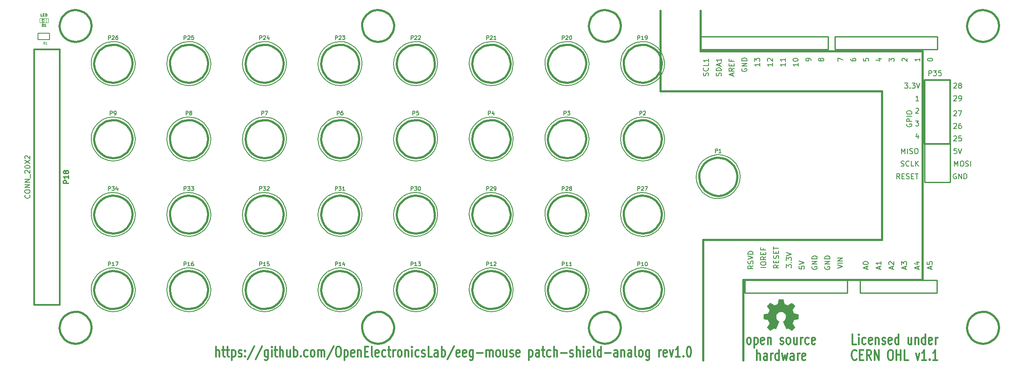
<source format=gto>
G04 (created by PCBNEW-RS274X (2012-apr-16-27)-stable) date Sun 25 Aug 2013 09:26:46 PM CEST*
G01*
G70*
G90*
%MOIN*%
G04 Gerber Fmt 3.4, Leading zero omitted, Abs format*
%FSLAX34Y34*%
G04 APERTURE LIST*
%ADD10C,0.006000*%
%ADD11C,0.008000*%
%ADD12C,0.012000*%
%ADD13C,0.015000*%
%ADD14C,0.000100*%
%ADD15C,0.006300*%
%ADD16C,0.005000*%
%ADD17C,0.010000*%
%ADD18C,0.002600*%
%ADD19C,0.004000*%
%ADD20C,0.007500*%
%ADD21C,0.004500*%
G04 APERTURE END LIST*
G54D10*
G54D11*
X87293Y-26178D02*
X87312Y-26159D01*
X87350Y-26140D01*
X87446Y-26140D01*
X87484Y-26159D01*
X87503Y-26178D01*
X87522Y-26216D01*
X87522Y-26254D01*
X87503Y-26311D01*
X87274Y-26540D01*
X87522Y-26540D01*
X87712Y-26540D02*
X87788Y-26540D01*
X87827Y-26521D01*
X87846Y-26502D01*
X87884Y-26445D01*
X87903Y-26368D01*
X87903Y-26216D01*
X87884Y-26178D01*
X87865Y-26159D01*
X87827Y-26140D01*
X87750Y-26140D01*
X87712Y-26159D01*
X87693Y-26178D01*
X87674Y-26216D01*
X87674Y-26311D01*
X87693Y-26349D01*
X87712Y-26368D01*
X87750Y-26388D01*
X87827Y-26388D01*
X87865Y-26368D01*
X87884Y-26349D01*
X87903Y-26311D01*
X87293Y-27359D02*
X87312Y-27340D01*
X87350Y-27321D01*
X87446Y-27321D01*
X87484Y-27340D01*
X87503Y-27359D01*
X87522Y-27397D01*
X87522Y-27435D01*
X87503Y-27492D01*
X87274Y-27721D01*
X87522Y-27721D01*
X87655Y-27321D02*
X87922Y-27321D01*
X87750Y-27721D01*
X87293Y-29328D02*
X87312Y-29309D01*
X87350Y-29290D01*
X87446Y-29290D01*
X87484Y-29309D01*
X87503Y-29328D01*
X87522Y-29366D01*
X87522Y-29404D01*
X87503Y-29461D01*
X87274Y-29690D01*
X87522Y-29690D01*
X87884Y-29290D02*
X87693Y-29290D01*
X87674Y-29480D01*
X87693Y-29461D01*
X87731Y-29442D01*
X87827Y-29442D01*
X87865Y-29461D01*
X87884Y-29480D01*
X87903Y-29518D01*
X87903Y-29614D01*
X87884Y-29652D01*
X87865Y-29671D01*
X87827Y-29690D01*
X87731Y-29690D01*
X87693Y-29671D01*
X87674Y-29652D01*
X87293Y-28343D02*
X87312Y-28324D01*
X87350Y-28305D01*
X87446Y-28305D01*
X87484Y-28324D01*
X87503Y-28343D01*
X87522Y-28381D01*
X87522Y-28419D01*
X87503Y-28476D01*
X87274Y-28705D01*
X87522Y-28705D01*
X87865Y-28305D02*
X87788Y-28305D01*
X87750Y-28324D01*
X87731Y-28343D01*
X87693Y-28400D01*
X87674Y-28476D01*
X87674Y-28629D01*
X87693Y-28667D01*
X87712Y-28686D01*
X87750Y-28705D01*
X87827Y-28705D01*
X87865Y-28686D01*
X87884Y-28667D01*
X87903Y-28629D01*
X87903Y-28533D01*
X87884Y-28495D01*
X87865Y-28476D01*
X87827Y-28457D01*
X87750Y-28457D01*
X87712Y-28476D01*
X87693Y-28495D01*
X87674Y-28533D01*
X87293Y-25194D02*
X87312Y-25175D01*
X87350Y-25156D01*
X87446Y-25156D01*
X87484Y-25175D01*
X87503Y-25194D01*
X87522Y-25232D01*
X87522Y-25270D01*
X87503Y-25327D01*
X87274Y-25556D01*
X87522Y-25556D01*
X87750Y-25327D02*
X87712Y-25308D01*
X87693Y-25289D01*
X87674Y-25251D01*
X87674Y-25232D01*
X87693Y-25194D01*
X87712Y-25175D01*
X87750Y-25156D01*
X87827Y-25156D01*
X87865Y-25175D01*
X87884Y-25194D01*
X87903Y-25232D01*
X87903Y-25251D01*
X87884Y-25289D01*
X87865Y-25308D01*
X87827Y-25327D01*
X87750Y-25327D01*
X87712Y-25346D01*
X87693Y-25365D01*
X87674Y-25404D01*
X87674Y-25480D01*
X87693Y-25518D01*
X87712Y-25537D01*
X87750Y-25556D01*
X87827Y-25556D01*
X87865Y-25537D01*
X87884Y-25518D01*
X87903Y-25480D01*
X87903Y-25404D01*
X87884Y-25365D01*
X87865Y-25346D01*
X87827Y-25327D01*
X83465Y-25156D02*
X83713Y-25156D01*
X83579Y-25308D01*
X83637Y-25308D01*
X83675Y-25327D01*
X83694Y-25346D01*
X83713Y-25384D01*
X83713Y-25480D01*
X83694Y-25518D01*
X83675Y-25537D01*
X83637Y-25556D01*
X83522Y-25556D01*
X83484Y-25537D01*
X83465Y-25518D01*
X83884Y-25518D02*
X83903Y-25537D01*
X83884Y-25556D01*
X83865Y-25537D01*
X83884Y-25518D01*
X83884Y-25556D01*
X84036Y-25156D02*
X84284Y-25156D01*
X84150Y-25308D01*
X84208Y-25308D01*
X84246Y-25327D01*
X84265Y-25346D01*
X84284Y-25384D01*
X84284Y-25480D01*
X84265Y-25518D01*
X84246Y-25537D01*
X84208Y-25556D01*
X84093Y-25556D01*
X84055Y-25537D01*
X84036Y-25518D01*
X84398Y-25156D02*
X84531Y-25556D01*
X84665Y-25156D01*
X84316Y-28108D02*
X84564Y-28108D01*
X84430Y-28260D01*
X84488Y-28260D01*
X84526Y-28279D01*
X84545Y-28298D01*
X84564Y-28336D01*
X84564Y-28432D01*
X84545Y-28470D01*
X84526Y-28489D01*
X84488Y-28508D01*
X84373Y-28508D01*
X84335Y-28489D01*
X84316Y-28470D01*
X84526Y-29226D02*
X84526Y-29493D01*
X84430Y-29074D02*
X84335Y-29360D01*
X84583Y-29360D01*
X84335Y-27162D02*
X84354Y-27143D01*
X84392Y-27124D01*
X84488Y-27124D01*
X84526Y-27143D01*
X84545Y-27162D01*
X84564Y-27200D01*
X84564Y-27238D01*
X84545Y-27295D01*
X84316Y-27524D01*
X84564Y-27524D01*
X84564Y-26540D02*
X84335Y-26540D01*
X84449Y-26540D02*
X84449Y-26140D01*
X84411Y-26197D01*
X84373Y-26235D01*
X84335Y-26254D01*
X83639Y-28352D02*
X83620Y-28390D01*
X83620Y-28447D01*
X83639Y-28505D01*
X83677Y-28543D01*
X83715Y-28562D01*
X83791Y-28581D01*
X83848Y-28581D01*
X83925Y-28562D01*
X83963Y-28543D01*
X84001Y-28505D01*
X84020Y-28447D01*
X84020Y-28409D01*
X84001Y-28352D01*
X83982Y-28333D01*
X83848Y-28333D01*
X83848Y-28409D01*
X84020Y-28162D02*
X83620Y-28162D01*
X83620Y-28009D01*
X83639Y-27971D01*
X83658Y-27952D01*
X83696Y-27933D01*
X83753Y-27933D01*
X83791Y-27952D01*
X83810Y-27971D01*
X83829Y-28009D01*
X83829Y-28162D01*
X84020Y-27762D02*
X83620Y-27762D01*
X83620Y-27496D02*
X83620Y-27419D01*
X83639Y-27381D01*
X83677Y-27343D01*
X83753Y-27324D01*
X83887Y-27324D01*
X83963Y-27343D01*
X84001Y-27381D01*
X84020Y-27419D01*
X84020Y-27496D01*
X84001Y-27534D01*
X83963Y-27572D01*
X83887Y-27591D01*
X83753Y-27591D01*
X83677Y-27572D01*
X83639Y-27534D01*
X83620Y-27496D01*
G54D12*
X79678Y-45600D02*
X79392Y-45600D01*
X79392Y-44800D01*
X79878Y-45600D02*
X79878Y-45066D01*
X79878Y-44800D02*
X79849Y-44838D01*
X79878Y-44876D01*
X79906Y-44838D01*
X79878Y-44800D01*
X79878Y-44876D01*
X80421Y-45562D02*
X80364Y-45600D01*
X80250Y-45600D01*
X80192Y-45562D01*
X80164Y-45524D01*
X80135Y-45447D01*
X80135Y-45219D01*
X80164Y-45143D01*
X80192Y-45105D01*
X80250Y-45066D01*
X80364Y-45066D01*
X80421Y-45105D01*
X80906Y-45562D02*
X80849Y-45600D01*
X80735Y-45600D01*
X80678Y-45562D01*
X80649Y-45486D01*
X80649Y-45181D01*
X80678Y-45105D01*
X80735Y-45066D01*
X80849Y-45066D01*
X80906Y-45105D01*
X80935Y-45181D01*
X80935Y-45257D01*
X80649Y-45333D01*
X81192Y-45066D02*
X81192Y-45600D01*
X81192Y-45143D02*
X81220Y-45105D01*
X81278Y-45066D01*
X81363Y-45066D01*
X81420Y-45105D01*
X81449Y-45181D01*
X81449Y-45600D01*
X81706Y-45562D02*
X81763Y-45600D01*
X81878Y-45600D01*
X81935Y-45562D01*
X81963Y-45486D01*
X81963Y-45447D01*
X81935Y-45371D01*
X81878Y-45333D01*
X81792Y-45333D01*
X81735Y-45295D01*
X81706Y-45219D01*
X81706Y-45181D01*
X81735Y-45105D01*
X81792Y-45066D01*
X81878Y-45066D01*
X81935Y-45105D01*
X82449Y-45562D02*
X82392Y-45600D01*
X82278Y-45600D01*
X82221Y-45562D01*
X82192Y-45486D01*
X82192Y-45181D01*
X82221Y-45105D01*
X82278Y-45066D01*
X82392Y-45066D01*
X82449Y-45105D01*
X82478Y-45181D01*
X82478Y-45257D01*
X82192Y-45333D01*
X82992Y-45600D02*
X82992Y-44800D01*
X82992Y-45562D02*
X82935Y-45600D01*
X82821Y-45600D01*
X82763Y-45562D01*
X82735Y-45524D01*
X82706Y-45447D01*
X82706Y-45219D01*
X82735Y-45143D01*
X82763Y-45105D01*
X82821Y-45066D01*
X82935Y-45066D01*
X82992Y-45105D01*
X83992Y-45066D02*
X83992Y-45600D01*
X83735Y-45066D02*
X83735Y-45486D01*
X83763Y-45562D01*
X83821Y-45600D01*
X83906Y-45600D01*
X83963Y-45562D01*
X83992Y-45524D01*
X84278Y-45066D02*
X84278Y-45600D01*
X84278Y-45143D02*
X84306Y-45105D01*
X84364Y-45066D01*
X84449Y-45066D01*
X84506Y-45105D01*
X84535Y-45181D01*
X84535Y-45600D01*
X85078Y-45600D02*
X85078Y-44800D01*
X85078Y-45562D02*
X85021Y-45600D01*
X84907Y-45600D01*
X84849Y-45562D01*
X84821Y-45524D01*
X84792Y-45447D01*
X84792Y-45219D01*
X84821Y-45143D01*
X84849Y-45105D01*
X84907Y-45066D01*
X85021Y-45066D01*
X85078Y-45105D01*
X85592Y-45562D02*
X85535Y-45600D01*
X85421Y-45600D01*
X85364Y-45562D01*
X85335Y-45486D01*
X85335Y-45181D01*
X85364Y-45105D01*
X85421Y-45066D01*
X85535Y-45066D01*
X85592Y-45105D01*
X85621Y-45181D01*
X85621Y-45257D01*
X85335Y-45333D01*
X85878Y-45600D02*
X85878Y-45066D01*
X85878Y-45219D02*
X85906Y-45143D01*
X85935Y-45105D01*
X85992Y-45066D01*
X86049Y-45066D01*
X79706Y-46764D02*
X79677Y-46802D01*
X79591Y-46840D01*
X79534Y-46840D01*
X79449Y-46802D01*
X79391Y-46726D01*
X79363Y-46649D01*
X79334Y-46497D01*
X79334Y-46383D01*
X79363Y-46230D01*
X79391Y-46154D01*
X79449Y-46078D01*
X79534Y-46040D01*
X79591Y-46040D01*
X79677Y-46078D01*
X79706Y-46116D01*
X79963Y-46421D02*
X80163Y-46421D01*
X80249Y-46840D02*
X79963Y-46840D01*
X79963Y-46040D01*
X80249Y-46040D01*
X80849Y-46840D02*
X80649Y-46459D01*
X80506Y-46840D02*
X80506Y-46040D01*
X80734Y-46040D01*
X80792Y-46078D01*
X80820Y-46116D01*
X80849Y-46192D01*
X80849Y-46306D01*
X80820Y-46383D01*
X80792Y-46421D01*
X80734Y-46459D01*
X80506Y-46459D01*
X81106Y-46840D02*
X81106Y-46040D01*
X81449Y-46840D01*
X81449Y-46040D01*
X82306Y-46040D02*
X82420Y-46040D01*
X82478Y-46078D01*
X82535Y-46154D01*
X82563Y-46306D01*
X82563Y-46573D01*
X82535Y-46726D01*
X82478Y-46802D01*
X82420Y-46840D01*
X82306Y-46840D01*
X82249Y-46802D01*
X82192Y-46726D01*
X82163Y-46573D01*
X82163Y-46306D01*
X82192Y-46154D01*
X82249Y-46078D01*
X82306Y-46040D01*
X82821Y-46840D02*
X82821Y-46040D01*
X82821Y-46421D02*
X83164Y-46421D01*
X83164Y-46840D02*
X83164Y-46040D01*
X83736Y-46840D02*
X83450Y-46840D01*
X83450Y-46040D01*
X84336Y-46306D02*
X84479Y-46840D01*
X84621Y-46306D01*
X85164Y-46840D02*
X84821Y-46840D01*
X84993Y-46840D02*
X84993Y-46040D01*
X84936Y-46154D01*
X84878Y-46230D01*
X84821Y-46268D01*
X85421Y-46764D02*
X85449Y-46802D01*
X85421Y-46840D01*
X85392Y-46802D01*
X85421Y-46764D01*
X85421Y-46840D01*
X86021Y-46840D02*
X85678Y-46840D01*
X85850Y-46840D02*
X85850Y-46040D01*
X85793Y-46154D01*
X85735Y-46230D01*
X85678Y-46268D01*
X71263Y-45600D02*
X71205Y-45562D01*
X71177Y-45524D01*
X71148Y-45447D01*
X71148Y-45219D01*
X71177Y-45143D01*
X71205Y-45105D01*
X71263Y-45066D01*
X71348Y-45066D01*
X71405Y-45105D01*
X71434Y-45143D01*
X71463Y-45219D01*
X71463Y-45447D01*
X71434Y-45524D01*
X71405Y-45562D01*
X71348Y-45600D01*
X71263Y-45600D01*
X71720Y-45066D02*
X71720Y-45866D01*
X71720Y-45105D02*
X71777Y-45066D01*
X71891Y-45066D01*
X71948Y-45105D01*
X71977Y-45143D01*
X72006Y-45219D01*
X72006Y-45447D01*
X71977Y-45524D01*
X71948Y-45562D01*
X71891Y-45600D01*
X71777Y-45600D01*
X71720Y-45562D01*
X72491Y-45562D02*
X72434Y-45600D01*
X72320Y-45600D01*
X72263Y-45562D01*
X72234Y-45486D01*
X72234Y-45181D01*
X72263Y-45105D01*
X72320Y-45066D01*
X72434Y-45066D01*
X72491Y-45105D01*
X72520Y-45181D01*
X72520Y-45257D01*
X72234Y-45333D01*
X72777Y-45066D02*
X72777Y-45600D01*
X72777Y-45143D02*
X72805Y-45105D01*
X72863Y-45066D01*
X72948Y-45066D01*
X73005Y-45105D01*
X73034Y-45181D01*
X73034Y-45600D01*
X73748Y-45562D02*
X73805Y-45600D01*
X73920Y-45600D01*
X73977Y-45562D01*
X74005Y-45486D01*
X74005Y-45447D01*
X73977Y-45371D01*
X73920Y-45333D01*
X73834Y-45333D01*
X73777Y-45295D01*
X73748Y-45219D01*
X73748Y-45181D01*
X73777Y-45105D01*
X73834Y-45066D01*
X73920Y-45066D01*
X73977Y-45105D01*
X74349Y-45600D02*
X74291Y-45562D01*
X74263Y-45524D01*
X74234Y-45447D01*
X74234Y-45219D01*
X74263Y-45143D01*
X74291Y-45105D01*
X74349Y-45066D01*
X74434Y-45066D01*
X74491Y-45105D01*
X74520Y-45143D01*
X74549Y-45219D01*
X74549Y-45447D01*
X74520Y-45524D01*
X74491Y-45562D01*
X74434Y-45600D01*
X74349Y-45600D01*
X75063Y-45066D02*
X75063Y-45600D01*
X74806Y-45066D02*
X74806Y-45486D01*
X74834Y-45562D01*
X74892Y-45600D01*
X74977Y-45600D01*
X75034Y-45562D01*
X75063Y-45524D01*
X75349Y-45600D02*
X75349Y-45066D01*
X75349Y-45219D02*
X75377Y-45143D01*
X75406Y-45105D01*
X75463Y-45066D01*
X75520Y-45066D01*
X75977Y-45562D02*
X75920Y-45600D01*
X75806Y-45600D01*
X75748Y-45562D01*
X75720Y-45524D01*
X75691Y-45447D01*
X75691Y-45219D01*
X75720Y-45143D01*
X75748Y-45105D01*
X75806Y-45066D01*
X75920Y-45066D01*
X75977Y-45105D01*
X76462Y-45562D02*
X76405Y-45600D01*
X76291Y-45600D01*
X76234Y-45562D01*
X76205Y-45486D01*
X76205Y-45181D01*
X76234Y-45105D01*
X76291Y-45066D01*
X76405Y-45066D01*
X76462Y-45105D01*
X76491Y-45181D01*
X76491Y-45257D01*
X76205Y-45333D01*
X71934Y-46840D02*
X71934Y-46040D01*
X72191Y-46840D02*
X72191Y-46421D01*
X72162Y-46345D01*
X72105Y-46306D01*
X72020Y-46306D01*
X71962Y-46345D01*
X71934Y-46383D01*
X72734Y-46840D02*
X72734Y-46421D01*
X72705Y-46345D01*
X72648Y-46306D01*
X72534Y-46306D01*
X72477Y-46345D01*
X72734Y-46802D02*
X72677Y-46840D01*
X72534Y-46840D01*
X72477Y-46802D01*
X72448Y-46726D01*
X72448Y-46649D01*
X72477Y-46573D01*
X72534Y-46535D01*
X72677Y-46535D01*
X72734Y-46497D01*
X73020Y-46840D02*
X73020Y-46306D01*
X73020Y-46459D02*
X73048Y-46383D01*
X73077Y-46345D01*
X73134Y-46306D01*
X73191Y-46306D01*
X73648Y-46840D02*
X73648Y-46040D01*
X73648Y-46802D02*
X73591Y-46840D01*
X73477Y-46840D01*
X73419Y-46802D01*
X73391Y-46764D01*
X73362Y-46687D01*
X73362Y-46459D01*
X73391Y-46383D01*
X73419Y-46345D01*
X73477Y-46306D01*
X73591Y-46306D01*
X73648Y-46345D01*
X73877Y-46306D02*
X73991Y-46840D01*
X74105Y-46459D01*
X74220Y-46840D01*
X74334Y-46306D01*
X74820Y-46840D02*
X74820Y-46421D01*
X74791Y-46345D01*
X74734Y-46306D01*
X74620Y-46306D01*
X74563Y-46345D01*
X74820Y-46802D02*
X74763Y-46840D01*
X74620Y-46840D01*
X74563Y-46802D01*
X74534Y-46726D01*
X74534Y-46649D01*
X74563Y-46573D01*
X74620Y-46535D01*
X74763Y-46535D01*
X74820Y-46497D01*
X75106Y-46840D02*
X75106Y-46306D01*
X75106Y-46459D02*
X75134Y-46383D01*
X75163Y-46345D01*
X75220Y-46306D01*
X75277Y-46306D01*
X75705Y-46802D02*
X75648Y-46840D01*
X75534Y-46840D01*
X75477Y-46802D01*
X75448Y-46726D01*
X75448Y-46421D01*
X75477Y-46345D01*
X75534Y-46306D01*
X75648Y-46306D01*
X75705Y-46345D01*
X75734Y-46421D01*
X75734Y-46497D01*
X75448Y-46573D01*
X29698Y-46584D02*
X29698Y-45784D01*
X29955Y-46584D02*
X29955Y-46165D01*
X29926Y-46089D01*
X29869Y-46050D01*
X29784Y-46050D01*
X29726Y-46089D01*
X29698Y-46127D01*
X30155Y-46050D02*
X30384Y-46050D01*
X30241Y-45784D02*
X30241Y-46470D01*
X30269Y-46546D01*
X30327Y-46584D01*
X30384Y-46584D01*
X30498Y-46050D02*
X30727Y-46050D01*
X30584Y-45784D02*
X30584Y-46470D01*
X30612Y-46546D01*
X30670Y-46584D01*
X30727Y-46584D01*
X30927Y-46050D02*
X30927Y-46850D01*
X30927Y-46089D02*
X30984Y-46050D01*
X31098Y-46050D01*
X31155Y-46089D01*
X31184Y-46127D01*
X31213Y-46203D01*
X31213Y-46431D01*
X31184Y-46508D01*
X31155Y-46546D01*
X31098Y-46584D01*
X30984Y-46584D01*
X30927Y-46546D01*
X31441Y-46546D02*
X31498Y-46584D01*
X31613Y-46584D01*
X31670Y-46546D01*
X31698Y-46470D01*
X31698Y-46431D01*
X31670Y-46355D01*
X31613Y-46317D01*
X31527Y-46317D01*
X31470Y-46279D01*
X31441Y-46203D01*
X31441Y-46165D01*
X31470Y-46089D01*
X31527Y-46050D01*
X31613Y-46050D01*
X31670Y-46089D01*
X31956Y-46508D02*
X31984Y-46546D01*
X31956Y-46584D01*
X31927Y-46546D01*
X31956Y-46508D01*
X31956Y-46584D01*
X31956Y-46089D02*
X31984Y-46127D01*
X31956Y-46165D01*
X31927Y-46127D01*
X31956Y-46089D01*
X31956Y-46165D01*
X32670Y-45746D02*
X32156Y-46774D01*
X33299Y-45746D02*
X32785Y-46774D01*
X33757Y-46050D02*
X33757Y-46698D01*
X33728Y-46774D01*
X33700Y-46812D01*
X33643Y-46850D01*
X33557Y-46850D01*
X33500Y-46812D01*
X33757Y-46546D02*
X33700Y-46584D01*
X33586Y-46584D01*
X33528Y-46546D01*
X33500Y-46508D01*
X33471Y-46431D01*
X33471Y-46203D01*
X33500Y-46127D01*
X33528Y-46089D01*
X33586Y-46050D01*
X33700Y-46050D01*
X33757Y-46089D01*
X34043Y-46584D02*
X34043Y-46050D01*
X34043Y-45784D02*
X34014Y-45822D01*
X34043Y-45860D01*
X34071Y-45822D01*
X34043Y-45784D01*
X34043Y-45860D01*
X34243Y-46050D02*
X34472Y-46050D01*
X34329Y-45784D02*
X34329Y-46470D01*
X34357Y-46546D01*
X34415Y-46584D01*
X34472Y-46584D01*
X34672Y-46584D02*
X34672Y-45784D01*
X34929Y-46584D02*
X34929Y-46165D01*
X34900Y-46089D01*
X34843Y-46050D01*
X34758Y-46050D01*
X34700Y-46089D01*
X34672Y-46127D01*
X35472Y-46050D02*
X35472Y-46584D01*
X35215Y-46050D02*
X35215Y-46470D01*
X35243Y-46546D01*
X35301Y-46584D01*
X35386Y-46584D01*
X35443Y-46546D01*
X35472Y-46508D01*
X35758Y-46584D02*
X35758Y-45784D01*
X35758Y-46089D02*
X35815Y-46050D01*
X35929Y-46050D01*
X35986Y-46089D01*
X36015Y-46127D01*
X36044Y-46203D01*
X36044Y-46431D01*
X36015Y-46508D01*
X35986Y-46546D01*
X35929Y-46584D01*
X35815Y-46584D01*
X35758Y-46546D01*
X36301Y-46508D02*
X36329Y-46546D01*
X36301Y-46584D01*
X36272Y-46546D01*
X36301Y-46508D01*
X36301Y-46584D01*
X36844Y-46546D02*
X36787Y-46584D01*
X36673Y-46584D01*
X36615Y-46546D01*
X36587Y-46508D01*
X36558Y-46431D01*
X36558Y-46203D01*
X36587Y-46127D01*
X36615Y-46089D01*
X36673Y-46050D01*
X36787Y-46050D01*
X36844Y-46089D01*
X37187Y-46584D02*
X37129Y-46546D01*
X37101Y-46508D01*
X37072Y-46431D01*
X37072Y-46203D01*
X37101Y-46127D01*
X37129Y-46089D01*
X37187Y-46050D01*
X37272Y-46050D01*
X37329Y-46089D01*
X37358Y-46127D01*
X37387Y-46203D01*
X37387Y-46431D01*
X37358Y-46508D01*
X37329Y-46546D01*
X37272Y-46584D01*
X37187Y-46584D01*
X37644Y-46584D02*
X37644Y-46050D01*
X37644Y-46127D02*
X37672Y-46089D01*
X37730Y-46050D01*
X37815Y-46050D01*
X37872Y-46089D01*
X37901Y-46165D01*
X37901Y-46584D01*
X37901Y-46165D02*
X37930Y-46089D01*
X37987Y-46050D01*
X38072Y-46050D01*
X38130Y-46089D01*
X38158Y-46165D01*
X38158Y-46584D01*
X38872Y-45746D02*
X38358Y-46774D01*
X39187Y-45784D02*
X39301Y-45784D01*
X39359Y-45822D01*
X39416Y-45898D01*
X39444Y-46050D01*
X39444Y-46317D01*
X39416Y-46470D01*
X39359Y-46546D01*
X39301Y-46584D01*
X39187Y-46584D01*
X39130Y-46546D01*
X39073Y-46470D01*
X39044Y-46317D01*
X39044Y-46050D01*
X39073Y-45898D01*
X39130Y-45822D01*
X39187Y-45784D01*
X39702Y-46050D02*
X39702Y-46850D01*
X39702Y-46089D02*
X39759Y-46050D01*
X39873Y-46050D01*
X39930Y-46089D01*
X39959Y-46127D01*
X39988Y-46203D01*
X39988Y-46431D01*
X39959Y-46508D01*
X39930Y-46546D01*
X39873Y-46584D01*
X39759Y-46584D01*
X39702Y-46546D01*
X40473Y-46546D02*
X40416Y-46584D01*
X40302Y-46584D01*
X40245Y-46546D01*
X40216Y-46470D01*
X40216Y-46165D01*
X40245Y-46089D01*
X40302Y-46050D01*
X40416Y-46050D01*
X40473Y-46089D01*
X40502Y-46165D01*
X40502Y-46241D01*
X40216Y-46317D01*
X40759Y-46050D02*
X40759Y-46584D01*
X40759Y-46127D02*
X40787Y-46089D01*
X40845Y-46050D01*
X40930Y-46050D01*
X40987Y-46089D01*
X41016Y-46165D01*
X41016Y-46584D01*
X41302Y-46165D02*
X41502Y-46165D01*
X41588Y-46584D02*
X41302Y-46584D01*
X41302Y-45784D01*
X41588Y-45784D01*
X41931Y-46584D02*
X41873Y-46546D01*
X41845Y-46470D01*
X41845Y-45784D01*
X42387Y-46546D02*
X42330Y-46584D01*
X42216Y-46584D01*
X42159Y-46546D01*
X42130Y-46470D01*
X42130Y-46165D01*
X42159Y-46089D01*
X42216Y-46050D01*
X42330Y-46050D01*
X42387Y-46089D01*
X42416Y-46165D01*
X42416Y-46241D01*
X42130Y-46317D01*
X42930Y-46546D02*
X42873Y-46584D01*
X42759Y-46584D01*
X42701Y-46546D01*
X42673Y-46508D01*
X42644Y-46431D01*
X42644Y-46203D01*
X42673Y-46127D01*
X42701Y-46089D01*
X42759Y-46050D01*
X42873Y-46050D01*
X42930Y-46089D01*
X43101Y-46050D02*
X43330Y-46050D01*
X43187Y-45784D02*
X43187Y-46470D01*
X43215Y-46546D01*
X43273Y-46584D01*
X43330Y-46584D01*
X43530Y-46584D02*
X43530Y-46050D01*
X43530Y-46203D02*
X43558Y-46127D01*
X43587Y-46089D01*
X43644Y-46050D01*
X43701Y-46050D01*
X43987Y-46584D02*
X43929Y-46546D01*
X43901Y-46508D01*
X43872Y-46431D01*
X43872Y-46203D01*
X43901Y-46127D01*
X43929Y-46089D01*
X43987Y-46050D01*
X44072Y-46050D01*
X44129Y-46089D01*
X44158Y-46127D01*
X44187Y-46203D01*
X44187Y-46431D01*
X44158Y-46508D01*
X44129Y-46546D01*
X44072Y-46584D01*
X43987Y-46584D01*
X44444Y-46050D02*
X44444Y-46584D01*
X44444Y-46127D02*
X44472Y-46089D01*
X44530Y-46050D01*
X44615Y-46050D01*
X44672Y-46089D01*
X44701Y-46165D01*
X44701Y-46584D01*
X44987Y-46584D02*
X44987Y-46050D01*
X44987Y-45784D02*
X44958Y-45822D01*
X44987Y-45860D01*
X45015Y-45822D01*
X44987Y-45784D01*
X44987Y-45860D01*
X45530Y-46546D02*
X45473Y-46584D01*
X45359Y-46584D01*
X45301Y-46546D01*
X45273Y-46508D01*
X45244Y-46431D01*
X45244Y-46203D01*
X45273Y-46127D01*
X45301Y-46089D01*
X45359Y-46050D01*
X45473Y-46050D01*
X45530Y-46089D01*
X45758Y-46546D02*
X45815Y-46584D01*
X45930Y-46584D01*
X45987Y-46546D01*
X46015Y-46470D01*
X46015Y-46431D01*
X45987Y-46355D01*
X45930Y-46317D01*
X45844Y-46317D01*
X45787Y-46279D01*
X45758Y-46203D01*
X45758Y-46165D01*
X45787Y-46089D01*
X45844Y-46050D01*
X45930Y-46050D01*
X45987Y-46089D01*
X46559Y-46584D02*
X46273Y-46584D01*
X46273Y-45784D01*
X47016Y-46584D02*
X47016Y-46165D01*
X46987Y-46089D01*
X46930Y-46050D01*
X46816Y-46050D01*
X46759Y-46089D01*
X47016Y-46546D02*
X46959Y-46584D01*
X46816Y-46584D01*
X46759Y-46546D01*
X46730Y-46470D01*
X46730Y-46393D01*
X46759Y-46317D01*
X46816Y-46279D01*
X46959Y-46279D01*
X47016Y-46241D01*
X47302Y-46584D02*
X47302Y-45784D01*
X47302Y-46089D02*
X47359Y-46050D01*
X47473Y-46050D01*
X47530Y-46089D01*
X47559Y-46127D01*
X47588Y-46203D01*
X47588Y-46431D01*
X47559Y-46508D01*
X47530Y-46546D01*
X47473Y-46584D01*
X47359Y-46584D01*
X47302Y-46546D01*
X48273Y-45746D02*
X47759Y-46774D01*
X48702Y-46546D02*
X48645Y-46584D01*
X48531Y-46584D01*
X48474Y-46546D01*
X48445Y-46470D01*
X48445Y-46165D01*
X48474Y-46089D01*
X48531Y-46050D01*
X48645Y-46050D01*
X48702Y-46089D01*
X48731Y-46165D01*
X48731Y-46241D01*
X48445Y-46317D01*
X49216Y-46546D02*
X49159Y-46584D01*
X49045Y-46584D01*
X48988Y-46546D01*
X48959Y-46470D01*
X48959Y-46165D01*
X48988Y-46089D01*
X49045Y-46050D01*
X49159Y-46050D01*
X49216Y-46089D01*
X49245Y-46165D01*
X49245Y-46241D01*
X48959Y-46317D01*
X49759Y-46050D02*
X49759Y-46698D01*
X49730Y-46774D01*
X49702Y-46812D01*
X49645Y-46850D01*
X49559Y-46850D01*
X49502Y-46812D01*
X49759Y-46546D02*
X49702Y-46584D01*
X49588Y-46584D01*
X49530Y-46546D01*
X49502Y-46508D01*
X49473Y-46431D01*
X49473Y-46203D01*
X49502Y-46127D01*
X49530Y-46089D01*
X49588Y-46050D01*
X49702Y-46050D01*
X49759Y-46089D01*
X50045Y-46279D02*
X50502Y-46279D01*
X50788Y-46584D02*
X50788Y-46050D01*
X50788Y-46127D02*
X50816Y-46089D01*
X50874Y-46050D01*
X50959Y-46050D01*
X51016Y-46089D01*
X51045Y-46165D01*
X51045Y-46584D01*
X51045Y-46165D02*
X51074Y-46089D01*
X51131Y-46050D01*
X51216Y-46050D01*
X51274Y-46089D01*
X51302Y-46165D01*
X51302Y-46584D01*
X51674Y-46584D02*
X51616Y-46546D01*
X51588Y-46508D01*
X51559Y-46431D01*
X51559Y-46203D01*
X51588Y-46127D01*
X51616Y-46089D01*
X51674Y-46050D01*
X51759Y-46050D01*
X51816Y-46089D01*
X51845Y-46127D01*
X51874Y-46203D01*
X51874Y-46431D01*
X51845Y-46508D01*
X51816Y-46546D01*
X51759Y-46584D01*
X51674Y-46584D01*
X52388Y-46050D02*
X52388Y-46584D01*
X52131Y-46050D02*
X52131Y-46470D01*
X52159Y-46546D01*
X52217Y-46584D01*
X52302Y-46584D01*
X52359Y-46546D01*
X52388Y-46508D01*
X52645Y-46546D02*
X52702Y-46584D01*
X52817Y-46584D01*
X52874Y-46546D01*
X52902Y-46470D01*
X52902Y-46431D01*
X52874Y-46355D01*
X52817Y-46317D01*
X52731Y-46317D01*
X52674Y-46279D01*
X52645Y-46203D01*
X52645Y-46165D01*
X52674Y-46089D01*
X52731Y-46050D01*
X52817Y-46050D01*
X52874Y-46089D01*
X53388Y-46546D02*
X53331Y-46584D01*
X53217Y-46584D01*
X53160Y-46546D01*
X53131Y-46470D01*
X53131Y-46165D01*
X53160Y-46089D01*
X53217Y-46050D01*
X53331Y-46050D01*
X53388Y-46089D01*
X53417Y-46165D01*
X53417Y-46241D01*
X53131Y-46317D01*
X54131Y-46050D02*
X54131Y-46850D01*
X54131Y-46089D02*
X54188Y-46050D01*
X54302Y-46050D01*
X54359Y-46089D01*
X54388Y-46127D01*
X54417Y-46203D01*
X54417Y-46431D01*
X54388Y-46508D01*
X54359Y-46546D01*
X54302Y-46584D01*
X54188Y-46584D01*
X54131Y-46546D01*
X54931Y-46584D02*
X54931Y-46165D01*
X54902Y-46089D01*
X54845Y-46050D01*
X54731Y-46050D01*
X54674Y-46089D01*
X54931Y-46546D02*
X54874Y-46584D01*
X54731Y-46584D01*
X54674Y-46546D01*
X54645Y-46470D01*
X54645Y-46393D01*
X54674Y-46317D01*
X54731Y-46279D01*
X54874Y-46279D01*
X54931Y-46241D01*
X55131Y-46050D02*
X55360Y-46050D01*
X55217Y-45784D02*
X55217Y-46470D01*
X55245Y-46546D01*
X55303Y-46584D01*
X55360Y-46584D01*
X55817Y-46546D02*
X55760Y-46584D01*
X55646Y-46584D01*
X55588Y-46546D01*
X55560Y-46508D01*
X55531Y-46431D01*
X55531Y-46203D01*
X55560Y-46127D01*
X55588Y-46089D01*
X55646Y-46050D01*
X55760Y-46050D01*
X55817Y-46089D01*
X56074Y-46584D02*
X56074Y-45784D01*
X56331Y-46584D02*
X56331Y-46165D01*
X56302Y-46089D01*
X56245Y-46050D01*
X56160Y-46050D01*
X56102Y-46089D01*
X56074Y-46127D01*
X56617Y-46279D02*
X57074Y-46279D01*
X57331Y-46546D02*
X57388Y-46584D01*
X57503Y-46584D01*
X57560Y-46546D01*
X57588Y-46470D01*
X57588Y-46431D01*
X57560Y-46355D01*
X57503Y-46317D01*
X57417Y-46317D01*
X57360Y-46279D01*
X57331Y-46203D01*
X57331Y-46165D01*
X57360Y-46089D01*
X57417Y-46050D01*
X57503Y-46050D01*
X57560Y-46089D01*
X57846Y-46584D02*
X57846Y-45784D01*
X58103Y-46584D02*
X58103Y-46165D01*
X58074Y-46089D01*
X58017Y-46050D01*
X57932Y-46050D01*
X57874Y-46089D01*
X57846Y-46127D01*
X58389Y-46584D02*
X58389Y-46050D01*
X58389Y-45784D02*
X58360Y-45822D01*
X58389Y-45860D01*
X58417Y-45822D01*
X58389Y-45784D01*
X58389Y-45860D01*
X58903Y-46546D02*
X58846Y-46584D01*
X58732Y-46584D01*
X58675Y-46546D01*
X58646Y-46470D01*
X58646Y-46165D01*
X58675Y-46089D01*
X58732Y-46050D01*
X58846Y-46050D01*
X58903Y-46089D01*
X58932Y-46165D01*
X58932Y-46241D01*
X58646Y-46317D01*
X59275Y-46584D02*
X59217Y-46546D01*
X59189Y-46470D01*
X59189Y-45784D01*
X59760Y-46584D02*
X59760Y-45784D01*
X59760Y-46546D02*
X59703Y-46584D01*
X59589Y-46584D01*
X59531Y-46546D01*
X59503Y-46508D01*
X59474Y-46431D01*
X59474Y-46203D01*
X59503Y-46127D01*
X59531Y-46089D01*
X59589Y-46050D01*
X59703Y-46050D01*
X59760Y-46089D01*
X60046Y-46279D02*
X60503Y-46279D01*
X61046Y-46584D02*
X61046Y-46165D01*
X61017Y-46089D01*
X60960Y-46050D01*
X60846Y-46050D01*
X60789Y-46089D01*
X61046Y-46546D02*
X60989Y-46584D01*
X60846Y-46584D01*
X60789Y-46546D01*
X60760Y-46470D01*
X60760Y-46393D01*
X60789Y-46317D01*
X60846Y-46279D01*
X60989Y-46279D01*
X61046Y-46241D01*
X61332Y-46050D02*
X61332Y-46584D01*
X61332Y-46127D02*
X61360Y-46089D01*
X61418Y-46050D01*
X61503Y-46050D01*
X61560Y-46089D01*
X61589Y-46165D01*
X61589Y-46584D01*
X62132Y-46584D02*
X62132Y-46165D01*
X62103Y-46089D01*
X62046Y-46050D01*
X61932Y-46050D01*
X61875Y-46089D01*
X62132Y-46546D02*
X62075Y-46584D01*
X61932Y-46584D01*
X61875Y-46546D01*
X61846Y-46470D01*
X61846Y-46393D01*
X61875Y-46317D01*
X61932Y-46279D01*
X62075Y-46279D01*
X62132Y-46241D01*
X62504Y-46584D02*
X62446Y-46546D01*
X62418Y-46470D01*
X62418Y-45784D01*
X62818Y-46584D02*
X62760Y-46546D01*
X62732Y-46508D01*
X62703Y-46431D01*
X62703Y-46203D01*
X62732Y-46127D01*
X62760Y-46089D01*
X62818Y-46050D01*
X62903Y-46050D01*
X62960Y-46089D01*
X62989Y-46127D01*
X63018Y-46203D01*
X63018Y-46431D01*
X62989Y-46508D01*
X62960Y-46546D01*
X62903Y-46584D01*
X62818Y-46584D01*
X63532Y-46050D02*
X63532Y-46698D01*
X63503Y-46774D01*
X63475Y-46812D01*
X63418Y-46850D01*
X63332Y-46850D01*
X63275Y-46812D01*
X63532Y-46546D02*
X63475Y-46584D01*
X63361Y-46584D01*
X63303Y-46546D01*
X63275Y-46508D01*
X63246Y-46431D01*
X63246Y-46203D01*
X63275Y-46127D01*
X63303Y-46089D01*
X63361Y-46050D01*
X63475Y-46050D01*
X63532Y-46089D01*
X64275Y-46584D02*
X64275Y-46050D01*
X64275Y-46203D02*
X64303Y-46127D01*
X64332Y-46089D01*
X64389Y-46050D01*
X64446Y-46050D01*
X64874Y-46546D02*
X64817Y-46584D01*
X64703Y-46584D01*
X64646Y-46546D01*
X64617Y-46470D01*
X64617Y-46165D01*
X64646Y-46089D01*
X64703Y-46050D01*
X64817Y-46050D01*
X64874Y-46089D01*
X64903Y-46165D01*
X64903Y-46241D01*
X64617Y-46317D01*
X65103Y-46050D02*
X65246Y-46584D01*
X65388Y-46050D01*
X65931Y-46584D02*
X65588Y-46584D01*
X65760Y-46584D02*
X65760Y-45784D01*
X65703Y-45898D01*
X65645Y-45974D01*
X65588Y-46012D01*
X66188Y-46508D02*
X66216Y-46546D01*
X66188Y-46584D01*
X66159Y-46546D01*
X66188Y-46508D01*
X66188Y-46584D01*
X66588Y-45784D02*
X66645Y-45784D01*
X66702Y-45822D01*
X66731Y-45860D01*
X66760Y-45936D01*
X66788Y-46089D01*
X66788Y-46279D01*
X66760Y-46431D01*
X66731Y-46508D01*
X66702Y-46546D01*
X66645Y-46584D01*
X66588Y-46584D01*
X66531Y-46546D01*
X66502Y-46508D01*
X66474Y-46431D01*
X66445Y-46279D01*
X66445Y-46089D01*
X66474Y-45936D01*
X66502Y-45860D01*
X66531Y-45822D01*
X66588Y-45784D01*
G54D13*
X70866Y-40551D02*
X70866Y-46850D01*
X67717Y-37402D02*
X67717Y-46850D01*
X67520Y-21654D02*
X67520Y-19488D01*
X64370Y-21654D02*
X64370Y-19488D01*
X81693Y-37402D02*
X67717Y-37402D01*
X81693Y-25787D02*
X81693Y-37402D01*
X64370Y-25787D02*
X81693Y-25787D01*
X64370Y-21654D02*
X64370Y-25787D01*
X84843Y-40551D02*
X70866Y-40551D01*
X84843Y-22638D02*
X84843Y-40551D01*
X67520Y-22638D02*
X84843Y-22638D01*
X67520Y-21654D02*
X67520Y-22638D01*
G54D14*
G36*
X72984Y-44545D02*
X72998Y-44537D01*
X73031Y-44517D01*
X73077Y-44487D01*
X73131Y-44450D01*
X73186Y-44413D01*
X73230Y-44383D01*
X73262Y-44363D01*
X73275Y-44356D01*
X73282Y-44358D01*
X73308Y-44371D01*
X73346Y-44390D01*
X73367Y-44402D01*
X73402Y-44417D01*
X73419Y-44420D01*
X73422Y-44415D01*
X73435Y-44388D01*
X73455Y-44343D01*
X73481Y-44284D01*
X73510Y-44214D01*
X73542Y-44138D01*
X73574Y-44061D01*
X73605Y-43988D01*
X73632Y-43922D01*
X73653Y-43868D01*
X73668Y-43831D01*
X73673Y-43815D01*
X73671Y-43812D01*
X73654Y-43795D01*
X73624Y-43772D01*
X73559Y-43719D01*
X73494Y-43639D01*
X73455Y-43548D01*
X73442Y-43446D01*
X73453Y-43352D01*
X73490Y-43262D01*
X73553Y-43181D01*
X73629Y-43121D01*
X73719Y-43082D01*
X73819Y-43070D01*
X73915Y-43081D01*
X74007Y-43117D01*
X74088Y-43179D01*
X74123Y-43219D01*
X74170Y-43301D01*
X74197Y-43389D01*
X74200Y-43411D01*
X74196Y-43508D01*
X74167Y-43601D01*
X74116Y-43684D01*
X74045Y-43752D01*
X74036Y-43758D01*
X74003Y-43783D01*
X73981Y-43800D01*
X73964Y-43814D01*
X74087Y-44110D01*
X74107Y-44158D01*
X74141Y-44239D01*
X74171Y-44309D01*
X74194Y-44364D01*
X74211Y-44401D01*
X74218Y-44416D01*
X74219Y-44417D01*
X74230Y-44419D01*
X74252Y-44411D01*
X74294Y-44391D01*
X74321Y-44377D01*
X74353Y-44361D01*
X74367Y-44356D01*
X74379Y-44362D01*
X74409Y-44382D01*
X74453Y-44411D01*
X74506Y-44447D01*
X74557Y-44482D01*
X74603Y-44512D01*
X74637Y-44534D01*
X74653Y-44543D01*
X74656Y-44543D01*
X74671Y-44535D01*
X74697Y-44512D01*
X74738Y-44474D01*
X74795Y-44418D01*
X74804Y-44409D01*
X74851Y-44361D01*
X74889Y-44321D01*
X74914Y-44293D01*
X74924Y-44280D01*
X74924Y-44280D01*
X74915Y-44264D01*
X74894Y-44230D01*
X74863Y-44183D01*
X74825Y-44128D01*
X74727Y-43985D01*
X74781Y-43850D01*
X74798Y-43809D01*
X74819Y-43759D01*
X74834Y-43723D01*
X74842Y-43708D01*
X74857Y-43702D01*
X74894Y-43694D01*
X74947Y-43683D01*
X75011Y-43671D01*
X75072Y-43659D01*
X75127Y-43649D01*
X75166Y-43641D01*
X75184Y-43638D01*
X75188Y-43635D01*
X75192Y-43627D01*
X75194Y-43608D01*
X75196Y-43575D01*
X75196Y-43522D01*
X75196Y-43446D01*
X75196Y-43438D01*
X75196Y-43365D01*
X75194Y-43308D01*
X75192Y-43270D01*
X75190Y-43255D01*
X75190Y-43255D01*
X75173Y-43251D01*
X75134Y-43243D01*
X75079Y-43232D01*
X75014Y-43220D01*
X75010Y-43219D01*
X74944Y-43206D01*
X74890Y-43195D01*
X74852Y-43186D01*
X74835Y-43181D01*
X74832Y-43177D01*
X74819Y-43151D01*
X74800Y-43111D01*
X74779Y-43061D01*
X74757Y-43010D01*
X74739Y-42964D01*
X74727Y-42930D01*
X74723Y-42914D01*
X74723Y-42914D01*
X74733Y-42898D01*
X74755Y-42865D01*
X74787Y-42818D01*
X74825Y-42762D01*
X74828Y-42758D01*
X74865Y-42703D01*
X74896Y-42656D01*
X74916Y-42623D01*
X74924Y-42608D01*
X74923Y-42607D01*
X74911Y-42591D01*
X74883Y-42559D01*
X74843Y-42517D01*
X74794Y-42469D01*
X74779Y-42454D01*
X74726Y-42401D01*
X74688Y-42367D01*
X74665Y-42349D01*
X74654Y-42345D01*
X74654Y-42345D01*
X74637Y-42355D01*
X74602Y-42378D01*
X74555Y-42410D01*
X74499Y-42448D01*
X74495Y-42450D01*
X74440Y-42488D01*
X74394Y-42519D01*
X74362Y-42541D01*
X74348Y-42549D01*
X74345Y-42549D01*
X74323Y-42543D01*
X74284Y-42529D01*
X74235Y-42510D01*
X74184Y-42490D01*
X74138Y-42470D01*
X74103Y-42454D01*
X74087Y-42445D01*
X74086Y-42444D01*
X74081Y-42424D01*
X74071Y-42383D01*
X74059Y-42326D01*
X74047Y-42259D01*
X74045Y-42248D01*
X74032Y-42183D01*
X74022Y-42128D01*
X74014Y-42091D01*
X74010Y-42075D01*
X74001Y-42073D01*
X73969Y-42071D01*
X73920Y-42070D01*
X73860Y-42069D01*
X73798Y-42069D01*
X73737Y-42071D01*
X73685Y-42073D01*
X73648Y-42075D01*
X73633Y-42078D01*
X73632Y-42079D01*
X73626Y-42099D01*
X73617Y-42141D01*
X73606Y-42198D01*
X73593Y-42265D01*
X73591Y-42277D01*
X73578Y-42343D01*
X73567Y-42397D01*
X73559Y-42433D01*
X73555Y-42448D01*
X73549Y-42451D01*
X73522Y-42463D01*
X73478Y-42481D01*
X73424Y-42503D01*
X73298Y-42554D01*
X73143Y-42448D01*
X73129Y-42439D01*
X73073Y-42401D01*
X73028Y-42370D01*
X72996Y-42350D01*
X72983Y-42342D01*
X72982Y-42343D01*
X72966Y-42356D01*
X72935Y-42385D01*
X72894Y-42426D01*
X72845Y-42474D01*
X72809Y-42510D01*
X72766Y-42554D01*
X72739Y-42583D01*
X72725Y-42602D01*
X72719Y-42613D01*
X72721Y-42620D01*
X72731Y-42636D01*
X72753Y-42670D01*
X72785Y-42717D01*
X72823Y-42772D01*
X72854Y-42818D01*
X72887Y-42870D01*
X72909Y-42907D01*
X72917Y-42925D01*
X72915Y-42932D01*
X72904Y-42963D01*
X72886Y-43008D01*
X72862Y-43063D01*
X72809Y-43185D01*
X72728Y-43201D01*
X72680Y-43210D01*
X72612Y-43223D01*
X72547Y-43236D01*
X72445Y-43255D01*
X72441Y-43628D01*
X72457Y-43635D01*
X72472Y-43639D01*
X72510Y-43647D01*
X72564Y-43658D01*
X72627Y-43670D01*
X72681Y-43680D01*
X72735Y-43691D01*
X72774Y-43698D01*
X72792Y-43702D01*
X72796Y-43708D01*
X72810Y-43734D01*
X72829Y-43776D01*
X72851Y-43826D01*
X72873Y-43879D01*
X72892Y-43927D01*
X72905Y-43964D01*
X72910Y-43983D01*
X72903Y-43997D01*
X72882Y-44029D01*
X72852Y-44075D01*
X72815Y-44129D01*
X72778Y-44183D01*
X72747Y-44229D01*
X72725Y-44262D01*
X72716Y-44277D01*
X72721Y-44288D01*
X72742Y-44314D01*
X72783Y-44356D01*
X72844Y-44416D01*
X72854Y-44426D01*
X72902Y-44472D01*
X72943Y-44510D01*
X72971Y-44535D01*
X72984Y-44545D01*
X72984Y-44545D01*
G37*
G54D15*
X64710Y-35433D02*
X64677Y-35766D01*
X64580Y-36087D01*
X64422Y-36383D01*
X64211Y-36643D01*
X63952Y-36857D01*
X63657Y-37016D01*
X63337Y-37115D01*
X63003Y-37150D01*
X62671Y-37120D01*
X62349Y-37025D01*
X62052Y-36870D01*
X61790Y-36660D01*
X61575Y-36403D01*
X61413Y-36109D01*
X61312Y-35790D01*
X61275Y-35456D01*
X61303Y-35123D01*
X61395Y-34801D01*
X61548Y-34503D01*
X61757Y-34240D01*
X62012Y-34023D01*
X62305Y-33859D01*
X62624Y-33756D01*
X62957Y-33716D01*
X63290Y-33742D01*
X63613Y-33832D01*
X63912Y-33983D01*
X64176Y-34189D01*
X64395Y-34443D01*
X64561Y-34735D01*
X64667Y-35053D01*
X64709Y-35386D01*
X64710Y-35433D01*
G54D13*
X64481Y-35433D02*
X64452Y-35722D01*
X64368Y-36000D01*
X64232Y-36257D01*
X64048Y-36482D01*
X63824Y-36667D01*
X63569Y-36805D01*
X63291Y-36891D01*
X63002Y-36921D01*
X62713Y-36895D01*
X62435Y-36813D01*
X62177Y-36678D01*
X61951Y-36496D01*
X61764Y-36274D01*
X61624Y-36019D01*
X61536Y-35742D01*
X61504Y-35453D01*
X61528Y-35165D01*
X61608Y-34885D01*
X61741Y-34627D01*
X61921Y-34399D01*
X62143Y-34211D01*
X62396Y-34069D01*
X62673Y-33979D01*
X62961Y-33945D01*
X63250Y-33967D01*
X63530Y-34045D01*
X63789Y-34176D01*
X64018Y-34355D01*
X64208Y-34575D01*
X64352Y-34828D01*
X64443Y-35104D01*
X64480Y-35392D01*
X64481Y-35433D01*
G54D15*
X64710Y-23622D02*
X64677Y-23955D01*
X64580Y-24276D01*
X64422Y-24572D01*
X64211Y-24832D01*
X63952Y-25046D01*
X63657Y-25205D01*
X63337Y-25304D01*
X63003Y-25339D01*
X62671Y-25309D01*
X62349Y-25214D01*
X62052Y-25059D01*
X61790Y-24849D01*
X61575Y-24592D01*
X61413Y-24298D01*
X61312Y-23979D01*
X61275Y-23645D01*
X61303Y-23312D01*
X61395Y-22990D01*
X61548Y-22692D01*
X61757Y-22429D01*
X62012Y-22212D01*
X62305Y-22048D01*
X62624Y-21945D01*
X62957Y-21905D01*
X63290Y-21931D01*
X63613Y-22021D01*
X63912Y-22172D01*
X64176Y-22378D01*
X64395Y-22632D01*
X64561Y-22924D01*
X64667Y-23242D01*
X64709Y-23575D01*
X64710Y-23622D01*
G54D13*
X64481Y-23622D02*
X64452Y-23911D01*
X64368Y-24189D01*
X64232Y-24446D01*
X64048Y-24671D01*
X63824Y-24856D01*
X63569Y-24994D01*
X63291Y-25080D01*
X63002Y-25110D01*
X62713Y-25084D01*
X62435Y-25002D01*
X62177Y-24867D01*
X61951Y-24685D01*
X61764Y-24463D01*
X61624Y-24208D01*
X61536Y-23931D01*
X61504Y-23642D01*
X61528Y-23354D01*
X61608Y-23074D01*
X61741Y-22816D01*
X61921Y-22588D01*
X62143Y-22400D01*
X62396Y-22258D01*
X62673Y-22168D01*
X62961Y-22134D01*
X63250Y-22156D01*
X63530Y-22234D01*
X63789Y-22365D01*
X64018Y-22544D01*
X64208Y-22764D01*
X64352Y-23017D01*
X64443Y-23293D01*
X64480Y-23581D01*
X64481Y-23622D01*
G54D15*
X58805Y-23622D02*
X58772Y-23955D01*
X58675Y-24276D01*
X58517Y-24572D01*
X58306Y-24832D01*
X58047Y-25046D01*
X57752Y-25205D01*
X57432Y-25304D01*
X57098Y-25339D01*
X56766Y-25309D01*
X56444Y-25214D01*
X56147Y-25059D01*
X55885Y-24849D01*
X55670Y-24592D01*
X55508Y-24298D01*
X55407Y-23979D01*
X55370Y-23645D01*
X55398Y-23312D01*
X55490Y-22990D01*
X55643Y-22692D01*
X55852Y-22429D01*
X56107Y-22212D01*
X56400Y-22048D01*
X56719Y-21945D01*
X57052Y-21905D01*
X57385Y-21931D01*
X57708Y-22021D01*
X58007Y-22172D01*
X58271Y-22378D01*
X58490Y-22632D01*
X58656Y-22924D01*
X58762Y-23242D01*
X58804Y-23575D01*
X58805Y-23622D01*
G54D13*
X58576Y-23622D02*
X58547Y-23911D01*
X58463Y-24189D01*
X58327Y-24446D01*
X58143Y-24671D01*
X57919Y-24856D01*
X57664Y-24994D01*
X57386Y-25080D01*
X57097Y-25110D01*
X56808Y-25084D01*
X56530Y-25002D01*
X56272Y-24867D01*
X56046Y-24685D01*
X55859Y-24463D01*
X55719Y-24208D01*
X55631Y-23931D01*
X55599Y-23642D01*
X55623Y-23354D01*
X55703Y-23074D01*
X55836Y-22816D01*
X56016Y-22588D01*
X56238Y-22400D01*
X56491Y-22258D01*
X56768Y-22168D01*
X57056Y-22134D01*
X57345Y-22156D01*
X57625Y-22234D01*
X57884Y-22365D01*
X58113Y-22544D01*
X58303Y-22764D01*
X58447Y-23017D01*
X58538Y-23293D01*
X58575Y-23581D01*
X58576Y-23622D01*
G54D15*
X52899Y-23622D02*
X52866Y-23955D01*
X52769Y-24276D01*
X52611Y-24572D01*
X52400Y-24832D01*
X52141Y-25046D01*
X51846Y-25205D01*
X51526Y-25304D01*
X51192Y-25339D01*
X50860Y-25309D01*
X50538Y-25214D01*
X50241Y-25059D01*
X49979Y-24849D01*
X49764Y-24592D01*
X49602Y-24298D01*
X49501Y-23979D01*
X49464Y-23645D01*
X49492Y-23312D01*
X49584Y-22990D01*
X49737Y-22692D01*
X49946Y-22429D01*
X50201Y-22212D01*
X50494Y-22048D01*
X50813Y-21945D01*
X51146Y-21905D01*
X51479Y-21931D01*
X51802Y-22021D01*
X52101Y-22172D01*
X52365Y-22378D01*
X52584Y-22632D01*
X52750Y-22924D01*
X52856Y-23242D01*
X52898Y-23575D01*
X52899Y-23622D01*
G54D13*
X52670Y-23622D02*
X52641Y-23911D01*
X52557Y-24189D01*
X52421Y-24446D01*
X52237Y-24671D01*
X52013Y-24856D01*
X51758Y-24994D01*
X51480Y-25080D01*
X51191Y-25110D01*
X50902Y-25084D01*
X50624Y-25002D01*
X50366Y-24867D01*
X50140Y-24685D01*
X49953Y-24463D01*
X49813Y-24208D01*
X49725Y-23931D01*
X49693Y-23642D01*
X49717Y-23354D01*
X49797Y-23074D01*
X49930Y-22816D01*
X50110Y-22588D01*
X50332Y-22400D01*
X50585Y-22258D01*
X50862Y-22168D01*
X51150Y-22134D01*
X51439Y-22156D01*
X51719Y-22234D01*
X51978Y-22365D01*
X52207Y-22544D01*
X52397Y-22764D01*
X52541Y-23017D01*
X52632Y-23293D01*
X52669Y-23581D01*
X52670Y-23622D01*
G54D15*
X46994Y-23622D02*
X46961Y-23955D01*
X46864Y-24276D01*
X46706Y-24572D01*
X46495Y-24832D01*
X46236Y-25046D01*
X45941Y-25205D01*
X45621Y-25304D01*
X45287Y-25339D01*
X44955Y-25309D01*
X44633Y-25214D01*
X44336Y-25059D01*
X44074Y-24849D01*
X43859Y-24592D01*
X43697Y-24298D01*
X43596Y-23979D01*
X43559Y-23645D01*
X43587Y-23312D01*
X43679Y-22990D01*
X43832Y-22692D01*
X44041Y-22429D01*
X44296Y-22212D01*
X44589Y-22048D01*
X44908Y-21945D01*
X45241Y-21905D01*
X45574Y-21931D01*
X45897Y-22021D01*
X46196Y-22172D01*
X46460Y-22378D01*
X46679Y-22632D01*
X46845Y-22924D01*
X46951Y-23242D01*
X46993Y-23575D01*
X46994Y-23622D01*
G54D13*
X46765Y-23622D02*
X46736Y-23911D01*
X46652Y-24189D01*
X46516Y-24446D01*
X46332Y-24671D01*
X46108Y-24856D01*
X45853Y-24994D01*
X45575Y-25080D01*
X45286Y-25110D01*
X44997Y-25084D01*
X44719Y-25002D01*
X44461Y-24867D01*
X44235Y-24685D01*
X44048Y-24463D01*
X43908Y-24208D01*
X43820Y-23931D01*
X43788Y-23642D01*
X43812Y-23354D01*
X43892Y-23074D01*
X44025Y-22816D01*
X44205Y-22588D01*
X44427Y-22400D01*
X44680Y-22258D01*
X44957Y-22168D01*
X45245Y-22134D01*
X45534Y-22156D01*
X45814Y-22234D01*
X46073Y-22365D01*
X46302Y-22544D01*
X46492Y-22764D01*
X46636Y-23017D01*
X46727Y-23293D01*
X46764Y-23581D01*
X46765Y-23622D01*
G54D15*
X41088Y-23622D02*
X41055Y-23955D01*
X40958Y-24276D01*
X40800Y-24572D01*
X40589Y-24832D01*
X40330Y-25046D01*
X40035Y-25205D01*
X39715Y-25304D01*
X39381Y-25339D01*
X39049Y-25309D01*
X38727Y-25214D01*
X38430Y-25059D01*
X38168Y-24849D01*
X37953Y-24592D01*
X37791Y-24298D01*
X37690Y-23979D01*
X37653Y-23645D01*
X37681Y-23312D01*
X37773Y-22990D01*
X37926Y-22692D01*
X38135Y-22429D01*
X38390Y-22212D01*
X38683Y-22048D01*
X39002Y-21945D01*
X39335Y-21905D01*
X39668Y-21931D01*
X39991Y-22021D01*
X40290Y-22172D01*
X40554Y-22378D01*
X40773Y-22632D01*
X40939Y-22924D01*
X41045Y-23242D01*
X41087Y-23575D01*
X41088Y-23622D01*
G54D13*
X40859Y-23622D02*
X40830Y-23911D01*
X40746Y-24189D01*
X40610Y-24446D01*
X40426Y-24671D01*
X40202Y-24856D01*
X39947Y-24994D01*
X39669Y-25080D01*
X39380Y-25110D01*
X39091Y-25084D01*
X38813Y-25002D01*
X38555Y-24867D01*
X38329Y-24685D01*
X38142Y-24463D01*
X38002Y-24208D01*
X37914Y-23931D01*
X37882Y-23642D01*
X37906Y-23354D01*
X37986Y-23074D01*
X38119Y-22816D01*
X38299Y-22588D01*
X38521Y-22400D01*
X38774Y-22258D01*
X39051Y-22168D01*
X39339Y-22134D01*
X39628Y-22156D01*
X39908Y-22234D01*
X40167Y-22365D01*
X40396Y-22544D01*
X40586Y-22764D01*
X40730Y-23017D01*
X40821Y-23293D01*
X40858Y-23581D01*
X40859Y-23622D01*
G54D15*
X35183Y-23622D02*
X35150Y-23955D01*
X35053Y-24276D01*
X34895Y-24572D01*
X34684Y-24832D01*
X34425Y-25046D01*
X34130Y-25205D01*
X33810Y-25304D01*
X33476Y-25339D01*
X33144Y-25309D01*
X32822Y-25214D01*
X32525Y-25059D01*
X32263Y-24849D01*
X32048Y-24592D01*
X31886Y-24298D01*
X31785Y-23979D01*
X31748Y-23645D01*
X31776Y-23312D01*
X31868Y-22990D01*
X32021Y-22692D01*
X32230Y-22429D01*
X32485Y-22212D01*
X32778Y-22048D01*
X33097Y-21945D01*
X33430Y-21905D01*
X33763Y-21931D01*
X34086Y-22021D01*
X34385Y-22172D01*
X34649Y-22378D01*
X34868Y-22632D01*
X35034Y-22924D01*
X35140Y-23242D01*
X35182Y-23575D01*
X35183Y-23622D01*
G54D13*
X34954Y-23622D02*
X34925Y-23911D01*
X34841Y-24189D01*
X34705Y-24446D01*
X34521Y-24671D01*
X34297Y-24856D01*
X34042Y-24994D01*
X33764Y-25080D01*
X33475Y-25110D01*
X33186Y-25084D01*
X32908Y-25002D01*
X32650Y-24867D01*
X32424Y-24685D01*
X32237Y-24463D01*
X32097Y-24208D01*
X32009Y-23931D01*
X31977Y-23642D01*
X32001Y-23354D01*
X32081Y-23074D01*
X32214Y-22816D01*
X32394Y-22588D01*
X32616Y-22400D01*
X32869Y-22258D01*
X33146Y-22168D01*
X33434Y-22134D01*
X33723Y-22156D01*
X34003Y-22234D01*
X34262Y-22365D01*
X34491Y-22544D01*
X34681Y-22764D01*
X34825Y-23017D01*
X34916Y-23293D01*
X34953Y-23581D01*
X34954Y-23622D01*
G54D15*
X29277Y-23622D02*
X29244Y-23955D01*
X29147Y-24276D01*
X28989Y-24572D01*
X28778Y-24832D01*
X28519Y-25046D01*
X28224Y-25205D01*
X27904Y-25304D01*
X27570Y-25339D01*
X27238Y-25309D01*
X26916Y-25214D01*
X26619Y-25059D01*
X26357Y-24849D01*
X26142Y-24592D01*
X25980Y-24298D01*
X25879Y-23979D01*
X25842Y-23645D01*
X25870Y-23312D01*
X25962Y-22990D01*
X26115Y-22692D01*
X26324Y-22429D01*
X26579Y-22212D01*
X26872Y-22048D01*
X27191Y-21945D01*
X27524Y-21905D01*
X27857Y-21931D01*
X28180Y-22021D01*
X28479Y-22172D01*
X28743Y-22378D01*
X28962Y-22632D01*
X29128Y-22924D01*
X29234Y-23242D01*
X29276Y-23575D01*
X29277Y-23622D01*
G54D13*
X29048Y-23622D02*
X29019Y-23911D01*
X28935Y-24189D01*
X28799Y-24446D01*
X28615Y-24671D01*
X28391Y-24856D01*
X28136Y-24994D01*
X27858Y-25080D01*
X27569Y-25110D01*
X27280Y-25084D01*
X27002Y-25002D01*
X26744Y-24867D01*
X26518Y-24685D01*
X26331Y-24463D01*
X26191Y-24208D01*
X26103Y-23931D01*
X26071Y-23642D01*
X26095Y-23354D01*
X26175Y-23074D01*
X26308Y-22816D01*
X26488Y-22588D01*
X26710Y-22400D01*
X26963Y-22258D01*
X27240Y-22168D01*
X27528Y-22134D01*
X27817Y-22156D01*
X28097Y-22234D01*
X28356Y-22365D01*
X28585Y-22544D01*
X28775Y-22764D01*
X28919Y-23017D01*
X29010Y-23293D01*
X29047Y-23581D01*
X29048Y-23622D01*
G54D15*
X23372Y-23622D02*
X23339Y-23955D01*
X23242Y-24276D01*
X23084Y-24572D01*
X22873Y-24832D01*
X22614Y-25046D01*
X22319Y-25205D01*
X21999Y-25304D01*
X21665Y-25339D01*
X21333Y-25309D01*
X21011Y-25214D01*
X20714Y-25059D01*
X20452Y-24849D01*
X20237Y-24592D01*
X20075Y-24298D01*
X19974Y-23979D01*
X19937Y-23645D01*
X19965Y-23312D01*
X20057Y-22990D01*
X20210Y-22692D01*
X20419Y-22429D01*
X20674Y-22212D01*
X20967Y-22048D01*
X21286Y-21945D01*
X21619Y-21905D01*
X21952Y-21931D01*
X22275Y-22021D01*
X22574Y-22172D01*
X22838Y-22378D01*
X23057Y-22632D01*
X23223Y-22924D01*
X23329Y-23242D01*
X23371Y-23575D01*
X23372Y-23622D01*
G54D13*
X23143Y-23622D02*
X23114Y-23911D01*
X23030Y-24189D01*
X22894Y-24446D01*
X22710Y-24671D01*
X22486Y-24856D01*
X22231Y-24994D01*
X21953Y-25080D01*
X21664Y-25110D01*
X21375Y-25084D01*
X21097Y-25002D01*
X20839Y-24867D01*
X20613Y-24685D01*
X20426Y-24463D01*
X20286Y-24208D01*
X20198Y-23931D01*
X20166Y-23642D01*
X20190Y-23354D01*
X20270Y-23074D01*
X20403Y-22816D01*
X20583Y-22588D01*
X20805Y-22400D01*
X21058Y-22258D01*
X21335Y-22168D01*
X21623Y-22134D01*
X21912Y-22156D01*
X22192Y-22234D01*
X22451Y-22365D01*
X22680Y-22544D01*
X22870Y-22764D01*
X23014Y-23017D01*
X23105Y-23293D01*
X23142Y-23581D01*
X23143Y-23622D01*
G54D15*
X23372Y-41339D02*
X23339Y-41672D01*
X23242Y-41993D01*
X23084Y-42289D01*
X22873Y-42549D01*
X22614Y-42763D01*
X22319Y-42922D01*
X21999Y-43021D01*
X21665Y-43056D01*
X21333Y-43026D01*
X21011Y-42931D01*
X20714Y-42776D01*
X20452Y-42566D01*
X20237Y-42309D01*
X20075Y-42015D01*
X19974Y-41696D01*
X19937Y-41362D01*
X19965Y-41029D01*
X20057Y-40707D01*
X20210Y-40409D01*
X20419Y-40146D01*
X20674Y-39929D01*
X20967Y-39765D01*
X21286Y-39662D01*
X21619Y-39622D01*
X21952Y-39648D01*
X22275Y-39738D01*
X22574Y-39889D01*
X22838Y-40095D01*
X23057Y-40349D01*
X23223Y-40641D01*
X23329Y-40959D01*
X23371Y-41292D01*
X23372Y-41339D01*
G54D13*
X23143Y-41339D02*
X23114Y-41628D01*
X23030Y-41906D01*
X22894Y-42163D01*
X22710Y-42388D01*
X22486Y-42573D01*
X22231Y-42711D01*
X21953Y-42797D01*
X21664Y-42827D01*
X21375Y-42801D01*
X21097Y-42719D01*
X20839Y-42584D01*
X20613Y-42402D01*
X20426Y-42180D01*
X20286Y-41925D01*
X20198Y-41648D01*
X20166Y-41359D01*
X20190Y-41071D01*
X20270Y-40791D01*
X20403Y-40533D01*
X20583Y-40305D01*
X20805Y-40117D01*
X21058Y-39975D01*
X21335Y-39885D01*
X21623Y-39851D01*
X21912Y-39873D01*
X22192Y-39951D01*
X22451Y-40082D01*
X22680Y-40261D01*
X22870Y-40481D01*
X23014Y-40734D01*
X23105Y-41010D01*
X23142Y-41298D01*
X23143Y-41339D01*
G54D15*
X58805Y-35433D02*
X58772Y-35766D01*
X58675Y-36087D01*
X58517Y-36383D01*
X58306Y-36643D01*
X58047Y-36857D01*
X57752Y-37016D01*
X57432Y-37115D01*
X57098Y-37150D01*
X56766Y-37120D01*
X56444Y-37025D01*
X56147Y-36870D01*
X55885Y-36660D01*
X55670Y-36403D01*
X55508Y-36109D01*
X55407Y-35790D01*
X55370Y-35456D01*
X55398Y-35123D01*
X55490Y-34801D01*
X55643Y-34503D01*
X55852Y-34240D01*
X56107Y-34023D01*
X56400Y-33859D01*
X56719Y-33756D01*
X57052Y-33716D01*
X57385Y-33742D01*
X57708Y-33832D01*
X58007Y-33983D01*
X58271Y-34189D01*
X58490Y-34443D01*
X58656Y-34735D01*
X58762Y-35053D01*
X58804Y-35386D01*
X58805Y-35433D01*
G54D13*
X58576Y-35433D02*
X58547Y-35722D01*
X58463Y-36000D01*
X58327Y-36257D01*
X58143Y-36482D01*
X57919Y-36667D01*
X57664Y-36805D01*
X57386Y-36891D01*
X57097Y-36921D01*
X56808Y-36895D01*
X56530Y-36813D01*
X56272Y-36678D01*
X56046Y-36496D01*
X55859Y-36274D01*
X55719Y-36019D01*
X55631Y-35742D01*
X55599Y-35453D01*
X55623Y-35165D01*
X55703Y-34885D01*
X55836Y-34627D01*
X56016Y-34399D01*
X56238Y-34211D01*
X56491Y-34069D01*
X56768Y-33979D01*
X57056Y-33945D01*
X57345Y-33967D01*
X57625Y-34045D01*
X57884Y-34176D01*
X58113Y-34355D01*
X58303Y-34575D01*
X58447Y-34828D01*
X58538Y-35104D01*
X58575Y-35392D01*
X58576Y-35433D01*
G54D15*
X52899Y-35433D02*
X52866Y-35766D01*
X52769Y-36087D01*
X52611Y-36383D01*
X52400Y-36643D01*
X52141Y-36857D01*
X51846Y-37016D01*
X51526Y-37115D01*
X51192Y-37150D01*
X50860Y-37120D01*
X50538Y-37025D01*
X50241Y-36870D01*
X49979Y-36660D01*
X49764Y-36403D01*
X49602Y-36109D01*
X49501Y-35790D01*
X49464Y-35456D01*
X49492Y-35123D01*
X49584Y-34801D01*
X49737Y-34503D01*
X49946Y-34240D01*
X50201Y-34023D01*
X50494Y-33859D01*
X50813Y-33756D01*
X51146Y-33716D01*
X51479Y-33742D01*
X51802Y-33832D01*
X52101Y-33983D01*
X52365Y-34189D01*
X52584Y-34443D01*
X52750Y-34735D01*
X52856Y-35053D01*
X52898Y-35386D01*
X52899Y-35433D01*
G54D13*
X52670Y-35433D02*
X52641Y-35722D01*
X52557Y-36000D01*
X52421Y-36257D01*
X52237Y-36482D01*
X52013Y-36667D01*
X51758Y-36805D01*
X51480Y-36891D01*
X51191Y-36921D01*
X50902Y-36895D01*
X50624Y-36813D01*
X50366Y-36678D01*
X50140Y-36496D01*
X49953Y-36274D01*
X49813Y-36019D01*
X49725Y-35742D01*
X49693Y-35453D01*
X49717Y-35165D01*
X49797Y-34885D01*
X49930Y-34627D01*
X50110Y-34399D01*
X50332Y-34211D01*
X50585Y-34069D01*
X50862Y-33979D01*
X51150Y-33945D01*
X51439Y-33967D01*
X51719Y-34045D01*
X51978Y-34176D01*
X52207Y-34355D01*
X52397Y-34575D01*
X52541Y-34828D01*
X52632Y-35104D01*
X52669Y-35392D01*
X52670Y-35433D01*
G54D15*
X46994Y-35433D02*
X46961Y-35766D01*
X46864Y-36087D01*
X46706Y-36383D01*
X46495Y-36643D01*
X46236Y-36857D01*
X45941Y-37016D01*
X45621Y-37115D01*
X45287Y-37150D01*
X44955Y-37120D01*
X44633Y-37025D01*
X44336Y-36870D01*
X44074Y-36660D01*
X43859Y-36403D01*
X43697Y-36109D01*
X43596Y-35790D01*
X43559Y-35456D01*
X43587Y-35123D01*
X43679Y-34801D01*
X43832Y-34503D01*
X44041Y-34240D01*
X44296Y-34023D01*
X44589Y-33859D01*
X44908Y-33756D01*
X45241Y-33716D01*
X45574Y-33742D01*
X45897Y-33832D01*
X46196Y-33983D01*
X46460Y-34189D01*
X46679Y-34443D01*
X46845Y-34735D01*
X46951Y-35053D01*
X46993Y-35386D01*
X46994Y-35433D01*
G54D13*
X46765Y-35433D02*
X46736Y-35722D01*
X46652Y-36000D01*
X46516Y-36257D01*
X46332Y-36482D01*
X46108Y-36667D01*
X45853Y-36805D01*
X45575Y-36891D01*
X45286Y-36921D01*
X44997Y-36895D01*
X44719Y-36813D01*
X44461Y-36678D01*
X44235Y-36496D01*
X44048Y-36274D01*
X43908Y-36019D01*
X43820Y-35742D01*
X43788Y-35453D01*
X43812Y-35165D01*
X43892Y-34885D01*
X44025Y-34627D01*
X44205Y-34399D01*
X44427Y-34211D01*
X44680Y-34069D01*
X44957Y-33979D01*
X45245Y-33945D01*
X45534Y-33967D01*
X45814Y-34045D01*
X46073Y-34176D01*
X46302Y-34355D01*
X46492Y-34575D01*
X46636Y-34828D01*
X46727Y-35104D01*
X46764Y-35392D01*
X46765Y-35433D01*
G54D15*
X41088Y-35433D02*
X41055Y-35766D01*
X40958Y-36087D01*
X40800Y-36383D01*
X40589Y-36643D01*
X40330Y-36857D01*
X40035Y-37016D01*
X39715Y-37115D01*
X39381Y-37150D01*
X39049Y-37120D01*
X38727Y-37025D01*
X38430Y-36870D01*
X38168Y-36660D01*
X37953Y-36403D01*
X37791Y-36109D01*
X37690Y-35790D01*
X37653Y-35456D01*
X37681Y-35123D01*
X37773Y-34801D01*
X37926Y-34503D01*
X38135Y-34240D01*
X38390Y-34023D01*
X38683Y-33859D01*
X39002Y-33756D01*
X39335Y-33716D01*
X39668Y-33742D01*
X39991Y-33832D01*
X40290Y-33983D01*
X40554Y-34189D01*
X40773Y-34443D01*
X40939Y-34735D01*
X41045Y-35053D01*
X41087Y-35386D01*
X41088Y-35433D01*
G54D13*
X40859Y-35433D02*
X40830Y-35722D01*
X40746Y-36000D01*
X40610Y-36257D01*
X40426Y-36482D01*
X40202Y-36667D01*
X39947Y-36805D01*
X39669Y-36891D01*
X39380Y-36921D01*
X39091Y-36895D01*
X38813Y-36813D01*
X38555Y-36678D01*
X38329Y-36496D01*
X38142Y-36274D01*
X38002Y-36019D01*
X37914Y-35742D01*
X37882Y-35453D01*
X37906Y-35165D01*
X37986Y-34885D01*
X38119Y-34627D01*
X38299Y-34399D01*
X38521Y-34211D01*
X38774Y-34069D01*
X39051Y-33979D01*
X39339Y-33945D01*
X39628Y-33967D01*
X39908Y-34045D01*
X40167Y-34176D01*
X40396Y-34355D01*
X40586Y-34575D01*
X40730Y-34828D01*
X40821Y-35104D01*
X40858Y-35392D01*
X40859Y-35433D01*
G54D15*
X35183Y-35433D02*
X35150Y-35766D01*
X35053Y-36087D01*
X34895Y-36383D01*
X34684Y-36643D01*
X34425Y-36857D01*
X34130Y-37016D01*
X33810Y-37115D01*
X33476Y-37150D01*
X33144Y-37120D01*
X32822Y-37025D01*
X32525Y-36870D01*
X32263Y-36660D01*
X32048Y-36403D01*
X31886Y-36109D01*
X31785Y-35790D01*
X31748Y-35456D01*
X31776Y-35123D01*
X31868Y-34801D01*
X32021Y-34503D01*
X32230Y-34240D01*
X32485Y-34023D01*
X32778Y-33859D01*
X33097Y-33756D01*
X33430Y-33716D01*
X33763Y-33742D01*
X34086Y-33832D01*
X34385Y-33983D01*
X34649Y-34189D01*
X34868Y-34443D01*
X35034Y-34735D01*
X35140Y-35053D01*
X35182Y-35386D01*
X35183Y-35433D01*
G54D13*
X34954Y-35433D02*
X34925Y-35722D01*
X34841Y-36000D01*
X34705Y-36257D01*
X34521Y-36482D01*
X34297Y-36667D01*
X34042Y-36805D01*
X33764Y-36891D01*
X33475Y-36921D01*
X33186Y-36895D01*
X32908Y-36813D01*
X32650Y-36678D01*
X32424Y-36496D01*
X32237Y-36274D01*
X32097Y-36019D01*
X32009Y-35742D01*
X31977Y-35453D01*
X32001Y-35165D01*
X32081Y-34885D01*
X32214Y-34627D01*
X32394Y-34399D01*
X32616Y-34211D01*
X32869Y-34069D01*
X33146Y-33979D01*
X33434Y-33945D01*
X33723Y-33967D01*
X34003Y-34045D01*
X34262Y-34176D01*
X34491Y-34355D01*
X34681Y-34575D01*
X34825Y-34828D01*
X34916Y-35104D01*
X34953Y-35392D01*
X34954Y-35433D01*
G54D15*
X29277Y-35433D02*
X29244Y-35766D01*
X29147Y-36087D01*
X28989Y-36383D01*
X28778Y-36643D01*
X28519Y-36857D01*
X28224Y-37016D01*
X27904Y-37115D01*
X27570Y-37150D01*
X27238Y-37120D01*
X26916Y-37025D01*
X26619Y-36870D01*
X26357Y-36660D01*
X26142Y-36403D01*
X25980Y-36109D01*
X25879Y-35790D01*
X25842Y-35456D01*
X25870Y-35123D01*
X25962Y-34801D01*
X26115Y-34503D01*
X26324Y-34240D01*
X26579Y-34023D01*
X26872Y-33859D01*
X27191Y-33756D01*
X27524Y-33716D01*
X27857Y-33742D01*
X28180Y-33832D01*
X28479Y-33983D01*
X28743Y-34189D01*
X28962Y-34443D01*
X29128Y-34735D01*
X29234Y-35053D01*
X29276Y-35386D01*
X29277Y-35433D01*
G54D13*
X29048Y-35433D02*
X29019Y-35722D01*
X28935Y-36000D01*
X28799Y-36257D01*
X28615Y-36482D01*
X28391Y-36667D01*
X28136Y-36805D01*
X27858Y-36891D01*
X27569Y-36921D01*
X27280Y-36895D01*
X27002Y-36813D01*
X26744Y-36678D01*
X26518Y-36496D01*
X26331Y-36274D01*
X26191Y-36019D01*
X26103Y-35742D01*
X26071Y-35453D01*
X26095Y-35165D01*
X26175Y-34885D01*
X26308Y-34627D01*
X26488Y-34399D01*
X26710Y-34211D01*
X26963Y-34069D01*
X27240Y-33979D01*
X27528Y-33945D01*
X27817Y-33967D01*
X28097Y-34045D01*
X28356Y-34176D01*
X28585Y-34355D01*
X28775Y-34575D01*
X28919Y-34828D01*
X29010Y-35104D01*
X29047Y-35392D01*
X29048Y-35433D01*
G54D15*
X23372Y-35433D02*
X23339Y-35766D01*
X23242Y-36087D01*
X23084Y-36383D01*
X22873Y-36643D01*
X22614Y-36857D01*
X22319Y-37016D01*
X21999Y-37115D01*
X21665Y-37150D01*
X21333Y-37120D01*
X21011Y-37025D01*
X20714Y-36870D01*
X20452Y-36660D01*
X20237Y-36403D01*
X20075Y-36109D01*
X19974Y-35790D01*
X19937Y-35456D01*
X19965Y-35123D01*
X20057Y-34801D01*
X20210Y-34503D01*
X20419Y-34240D01*
X20674Y-34023D01*
X20967Y-33859D01*
X21286Y-33756D01*
X21619Y-33716D01*
X21952Y-33742D01*
X22275Y-33832D01*
X22574Y-33983D01*
X22838Y-34189D01*
X23057Y-34443D01*
X23223Y-34735D01*
X23329Y-35053D01*
X23371Y-35386D01*
X23372Y-35433D01*
G54D13*
X23143Y-35433D02*
X23114Y-35722D01*
X23030Y-36000D01*
X22894Y-36257D01*
X22710Y-36482D01*
X22486Y-36667D01*
X22231Y-36805D01*
X21953Y-36891D01*
X21664Y-36921D01*
X21375Y-36895D01*
X21097Y-36813D01*
X20839Y-36678D01*
X20613Y-36496D01*
X20426Y-36274D01*
X20286Y-36019D01*
X20198Y-35742D01*
X20166Y-35453D01*
X20190Y-35165D01*
X20270Y-34885D01*
X20403Y-34627D01*
X20583Y-34399D01*
X20805Y-34211D01*
X21058Y-34069D01*
X21335Y-33979D01*
X21623Y-33945D01*
X21912Y-33967D01*
X22192Y-34045D01*
X22451Y-34176D01*
X22680Y-34355D01*
X22870Y-34575D01*
X23014Y-34828D01*
X23105Y-35104D01*
X23142Y-35392D01*
X23143Y-35433D01*
G54D15*
X23372Y-29528D02*
X23339Y-29861D01*
X23242Y-30182D01*
X23084Y-30478D01*
X22873Y-30738D01*
X22614Y-30952D01*
X22319Y-31111D01*
X21999Y-31210D01*
X21665Y-31245D01*
X21333Y-31215D01*
X21011Y-31120D01*
X20714Y-30965D01*
X20452Y-30755D01*
X20237Y-30498D01*
X20075Y-30204D01*
X19974Y-29885D01*
X19937Y-29551D01*
X19965Y-29218D01*
X20057Y-28896D01*
X20210Y-28598D01*
X20419Y-28335D01*
X20674Y-28118D01*
X20967Y-27954D01*
X21286Y-27851D01*
X21619Y-27811D01*
X21952Y-27837D01*
X22275Y-27927D01*
X22574Y-28078D01*
X22838Y-28284D01*
X23057Y-28538D01*
X23223Y-28830D01*
X23329Y-29148D01*
X23371Y-29481D01*
X23372Y-29528D01*
G54D13*
X23143Y-29528D02*
X23114Y-29817D01*
X23030Y-30095D01*
X22894Y-30352D01*
X22710Y-30577D01*
X22486Y-30762D01*
X22231Y-30900D01*
X21953Y-30986D01*
X21664Y-31016D01*
X21375Y-30990D01*
X21097Y-30908D01*
X20839Y-30773D01*
X20613Y-30591D01*
X20426Y-30369D01*
X20286Y-30114D01*
X20198Y-29837D01*
X20166Y-29548D01*
X20190Y-29260D01*
X20270Y-28980D01*
X20403Y-28722D01*
X20583Y-28494D01*
X20805Y-28306D01*
X21058Y-28164D01*
X21335Y-28074D01*
X21623Y-28040D01*
X21912Y-28062D01*
X22192Y-28140D01*
X22451Y-28271D01*
X22680Y-28450D01*
X22870Y-28670D01*
X23014Y-28923D01*
X23105Y-29199D01*
X23142Y-29487D01*
X23143Y-29528D01*
G54D15*
X70616Y-32480D02*
X70583Y-32813D01*
X70486Y-33134D01*
X70328Y-33430D01*
X70117Y-33690D01*
X69858Y-33904D01*
X69563Y-34063D01*
X69243Y-34162D01*
X68909Y-34197D01*
X68577Y-34167D01*
X68255Y-34072D01*
X67958Y-33917D01*
X67696Y-33707D01*
X67481Y-33450D01*
X67319Y-33156D01*
X67218Y-32837D01*
X67181Y-32503D01*
X67209Y-32170D01*
X67301Y-31848D01*
X67454Y-31550D01*
X67663Y-31287D01*
X67918Y-31070D01*
X68211Y-30906D01*
X68530Y-30803D01*
X68863Y-30763D01*
X69196Y-30789D01*
X69519Y-30879D01*
X69818Y-31030D01*
X70082Y-31236D01*
X70301Y-31490D01*
X70467Y-31782D01*
X70573Y-32100D01*
X70615Y-32433D01*
X70616Y-32480D01*
G54D13*
X70387Y-32480D02*
X70358Y-32769D01*
X70274Y-33047D01*
X70138Y-33304D01*
X69954Y-33529D01*
X69730Y-33714D01*
X69475Y-33852D01*
X69197Y-33938D01*
X68908Y-33968D01*
X68619Y-33942D01*
X68341Y-33860D01*
X68083Y-33725D01*
X67857Y-33543D01*
X67670Y-33321D01*
X67530Y-33066D01*
X67442Y-32789D01*
X67410Y-32500D01*
X67434Y-32212D01*
X67514Y-31932D01*
X67647Y-31674D01*
X67827Y-31446D01*
X68049Y-31258D01*
X68302Y-31116D01*
X68579Y-31026D01*
X68867Y-30992D01*
X69156Y-31014D01*
X69436Y-31092D01*
X69695Y-31223D01*
X69924Y-31402D01*
X70114Y-31622D01*
X70258Y-31875D01*
X70349Y-32151D01*
X70386Y-32439D01*
X70387Y-32480D01*
G54D15*
X64710Y-29528D02*
X64677Y-29861D01*
X64580Y-30182D01*
X64422Y-30478D01*
X64211Y-30738D01*
X63952Y-30952D01*
X63657Y-31111D01*
X63337Y-31210D01*
X63003Y-31245D01*
X62671Y-31215D01*
X62349Y-31120D01*
X62052Y-30965D01*
X61790Y-30755D01*
X61575Y-30498D01*
X61413Y-30204D01*
X61312Y-29885D01*
X61275Y-29551D01*
X61303Y-29218D01*
X61395Y-28896D01*
X61548Y-28598D01*
X61757Y-28335D01*
X62012Y-28118D01*
X62305Y-27954D01*
X62624Y-27851D01*
X62957Y-27811D01*
X63290Y-27837D01*
X63613Y-27927D01*
X63912Y-28078D01*
X64176Y-28284D01*
X64395Y-28538D01*
X64561Y-28830D01*
X64667Y-29148D01*
X64709Y-29481D01*
X64710Y-29528D01*
G54D13*
X64481Y-29528D02*
X64452Y-29817D01*
X64368Y-30095D01*
X64232Y-30352D01*
X64048Y-30577D01*
X63824Y-30762D01*
X63569Y-30900D01*
X63291Y-30986D01*
X63002Y-31016D01*
X62713Y-30990D01*
X62435Y-30908D01*
X62177Y-30773D01*
X61951Y-30591D01*
X61764Y-30369D01*
X61624Y-30114D01*
X61536Y-29837D01*
X61504Y-29548D01*
X61528Y-29260D01*
X61608Y-28980D01*
X61741Y-28722D01*
X61921Y-28494D01*
X62143Y-28306D01*
X62396Y-28164D01*
X62673Y-28074D01*
X62961Y-28040D01*
X63250Y-28062D01*
X63530Y-28140D01*
X63789Y-28271D01*
X64018Y-28450D01*
X64208Y-28670D01*
X64352Y-28923D01*
X64443Y-29199D01*
X64480Y-29487D01*
X64481Y-29528D01*
G54D15*
X58805Y-29528D02*
X58772Y-29861D01*
X58675Y-30182D01*
X58517Y-30478D01*
X58306Y-30738D01*
X58047Y-30952D01*
X57752Y-31111D01*
X57432Y-31210D01*
X57098Y-31245D01*
X56766Y-31215D01*
X56444Y-31120D01*
X56147Y-30965D01*
X55885Y-30755D01*
X55670Y-30498D01*
X55508Y-30204D01*
X55407Y-29885D01*
X55370Y-29551D01*
X55398Y-29218D01*
X55490Y-28896D01*
X55643Y-28598D01*
X55852Y-28335D01*
X56107Y-28118D01*
X56400Y-27954D01*
X56719Y-27851D01*
X57052Y-27811D01*
X57385Y-27837D01*
X57708Y-27927D01*
X58007Y-28078D01*
X58271Y-28284D01*
X58490Y-28538D01*
X58656Y-28830D01*
X58762Y-29148D01*
X58804Y-29481D01*
X58805Y-29528D01*
G54D13*
X58576Y-29528D02*
X58547Y-29817D01*
X58463Y-30095D01*
X58327Y-30352D01*
X58143Y-30577D01*
X57919Y-30762D01*
X57664Y-30900D01*
X57386Y-30986D01*
X57097Y-31016D01*
X56808Y-30990D01*
X56530Y-30908D01*
X56272Y-30773D01*
X56046Y-30591D01*
X55859Y-30369D01*
X55719Y-30114D01*
X55631Y-29837D01*
X55599Y-29548D01*
X55623Y-29260D01*
X55703Y-28980D01*
X55836Y-28722D01*
X56016Y-28494D01*
X56238Y-28306D01*
X56491Y-28164D01*
X56768Y-28074D01*
X57056Y-28040D01*
X57345Y-28062D01*
X57625Y-28140D01*
X57884Y-28271D01*
X58113Y-28450D01*
X58303Y-28670D01*
X58447Y-28923D01*
X58538Y-29199D01*
X58575Y-29487D01*
X58576Y-29528D01*
G54D15*
X52899Y-29528D02*
X52866Y-29861D01*
X52769Y-30182D01*
X52611Y-30478D01*
X52400Y-30738D01*
X52141Y-30952D01*
X51846Y-31111D01*
X51526Y-31210D01*
X51192Y-31245D01*
X50860Y-31215D01*
X50538Y-31120D01*
X50241Y-30965D01*
X49979Y-30755D01*
X49764Y-30498D01*
X49602Y-30204D01*
X49501Y-29885D01*
X49464Y-29551D01*
X49492Y-29218D01*
X49584Y-28896D01*
X49737Y-28598D01*
X49946Y-28335D01*
X50201Y-28118D01*
X50494Y-27954D01*
X50813Y-27851D01*
X51146Y-27811D01*
X51479Y-27837D01*
X51802Y-27927D01*
X52101Y-28078D01*
X52365Y-28284D01*
X52584Y-28538D01*
X52750Y-28830D01*
X52856Y-29148D01*
X52898Y-29481D01*
X52899Y-29528D01*
G54D13*
X52670Y-29528D02*
X52641Y-29817D01*
X52557Y-30095D01*
X52421Y-30352D01*
X52237Y-30577D01*
X52013Y-30762D01*
X51758Y-30900D01*
X51480Y-30986D01*
X51191Y-31016D01*
X50902Y-30990D01*
X50624Y-30908D01*
X50366Y-30773D01*
X50140Y-30591D01*
X49953Y-30369D01*
X49813Y-30114D01*
X49725Y-29837D01*
X49693Y-29548D01*
X49717Y-29260D01*
X49797Y-28980D01*
X49930Y-28722D01*
X50110Y-28494D01*
X50332Y-28306D01*
X50585Y-28164D01*
X50862Y-28074D01*
X51150Y-28040D01*
X51439Y-28062D01*
X51719Y-28140D01*
X51978Y-28271D01*
X52207Y-28450D01*
X52397Y-28670D01*
X52541Y-28923D01*
X52632Y-29199D01*
X52669Y-29487D01*
X52670Y-29528D01*
G54D15*
X46994Y-29528D02*
X46961Y-29861D01*
X46864Y-30182D01*
X46706Y-30478D01*
X46495Y-30738D01*
X46236Y-30952D01*
X45941Y-31111D01*
X45621Y-31210D01*
X45287Y-31245D01*
X44955Y-31215D01*
X44633Y-31120D01*
X44336Y-30965D01*
X44074Y-30755D01*
X43859Y-30498D01*
X43697Y-30204D01*
X43596Y-29885D01*
X43559Y-29551D01*
X43587Y-29218D01*
X43679Y-28896D01*
X43832Y-28598D01*
X44041Y-28335D01*
X44296Y-28118D01*
X44589Y-27954D01*
X44908Y-27851D01*
X45241Y-27811D01*
X45574Y-27837D01*
X45897Y-27927D01*
X46196Y-28078D01*
X46460Y-28284D01*
X46679Y-28538D01*
X46845Y-28830D01*
X46951Y-29148D01*
X46993Y-29481D01*
X46994Y-29528D01*
G54D13*
X46765Y-29528D02*
X46736Y-29817D01*
X46652Y-30095D01*
X46516Y-30352D01*
X46332Y-30577D01*
X46108Y-30762D01*
X45853Y-30900D01*
X45575Y-30986D01*
X45286Y-31016D01*
X44997Y-30990D01*
X44719Y-30908D01*
X44461Y-30773D01*
X44235Y-30591D01*
X44048Y-30369D01*
X43908Y-30114D01*
X43820Y-29837D01*
X43788Y-29548D01*
X43812Y-29260D01*
X43892Y-28980D01*
X44025Y-28722D01*
X44205Y-28494D01*
X44427Y-28306D01*
X44680Y-28164D01*
X44957Y-28074D01*
X45245Y-28040D01*
X45534Y-28062D01*
X45814Y-28140D01*
X46073Y-28271D01*
X46302Y-28450D01*
X46492Y-28670D01*
X46636Y-28923D01*
X46727Y-29199D01*
X46764Y-29487D01*
X46765Y-29528D01*
G54D15*
X41088Y-29528D02*
X41055Y-29861D01*
X40958Y-30182D01*
X40800Y-30478D01*
X40589Y-30738D01*
X40330Y-30952D01*
X40035Y-31111D01*
X39715Y-31210D01*
X39381Y-31245D01*
X39049Y-31215D01*
X38727Y-31120D01*
X38430Y-30965D01*
X38168Y-30755D01*
X37953Y-30498D01*
X37791Y-30204D01*
X37690Y-29885D01*
X37653Y-29551D01*
X37681Y-29218D01*
X37773Y-28896D01*
X37926Y-28598D01*
X38135Y-28335D01*
X38390Y-28118D01*
X38683Y-27954D01*
X39002Y-27851D01*
X39335Y-27811D01*
X39668Y-27837D01*
X39991Y-27927D01*
X40290Y-28078D01*
X40554Y-28284D01*
X40773Y-28538D01*
X40939Y-28830D01*
X41045Y-29148D01*
X41087Y-29481D01*
X41088Y-29528D01*
G54D13*
X40859Y-29528D02*
X40830Y-29817D01*
X40746Y-30095D01*
X40610Y-30352D01*
X40426Y-30577D01*
X40202Y-30762D01*
X39947Y-30900D01*
X39669Y-30986D01*
X39380Y-31016D01*
X39091Y-30990D01*
X38813Y-30908D01*
X38555Y-30773D01*
X38329Y-30591D01*
X38142Y-30369D01*
X38002Y-30114D01*
X37914Y-29837D01*
X37882Y-29548D01*
X37906Y-29260D01*
X37986Y-28980D01*
X38119Y-28722D01*
X38299Y-28494D01*
X38521Y-28306D01*
X38774Y-28164D01*
X39051Y-28074D01*
X39339Y-28040D01*
X39628Y-28062D01*
X39908Y-28140D01*
X40167Y-28271D01*
X40396Y-28450D01*
X40586Y-28670D01*
X40730Y-28923D01*
X40821Y-29199D01*
X40858Y-29487D01*
X40859Y-29528D01*
G54D15*
X35183Y-29528D02*
X35150Y-29861D01*
X35053Y-30182D01*
X34895Y-30478D01*
X34684Y-30738D01*
X34425Y-30952D01*
X34130Y-31111D01*
X33810Y-31210D01*
X33476Y-31245D01*
X33144Y-31215D01*
X32822Y-31120D01*
X32525Y-30965D01*
X32263Y-30755D01*
X32048Y-30498D01*
X31886Y-30204D01*
X31785Y-29885D01*
X31748Y-29551D01*
X31776Y-29218D01*
X31868Y-28896D01*
X32021Y-28598D01*
X32230Y-28335D01*
X32485Y-28118D01*
X32778Y-27954D01*
X33097Y-27851D01*
X33430Y-27811D01*
X33763Y-27837D01*
X34086Y-27927D01*
X34385Y-28078D01*
X34649Y-28284D01*
X34868Y-28538D01*
X35034Y-28830D01*
X35140Y-29148D01*
X35182Y-29481D01*
X35183Y-29528D01*
G54D13*
X34954Y-29528D02*
X34925Y-29817D01*
X34841Y-30095D01*
X34705Y-30352D01*
X34521Y-30577D01*
X34297Y-30762D01*
X34042Y-30900D01*
X33764Y-30986D01*
X33475Y-31016D01*
X33186Y-30990D01*
X32908Y-30908D01*
X32650Y-30773D01*
X32424Y-30591D01*
X32237Y-30369D01*
X32097Y-30114D01*
X32009Y-29837D01*
X31977Y-29548D01*
X32001Y-29260D01*
X32081Y-28980D01*
X32214Y-28722D01*
X32394Y-28494D01*
X32616Y-28306D01*
X32869Y-28164D01*
X33146Y-28074D01*
X33434Y-28040D01*
X33723Y-28062D01*
X34003Y-28140D01*
X34262Y-28271D01*
X34491Y-28450D01*
X34681Y-28670D01*
X34825Y-28923D01*
X34916Y-29199D01*
X34953Y-29487D01*
X34954Y-29528D01*
G54D15*
X29277Y-29528D02*
X29244Y-29861D01*
X29147Y-30182D01*
X28989Y-30478D01*
X28778Y-30738D01*
X28519Y-30952D01*
X28224Y-31111D01*
X27904Y-31210D01*
X27570Y-31245D01*
X27238Y-31215D01*
X26916Y-31120D01*
X26619Y-30965D01*
X26357Y-30755D01*
X26142Y-30498D01*
X25980Y-30204D01*
X25879Y-29885D01*
X25842Y-29551D01*
X25870Y-29218D01*
X25962Y-28896D01*
X26115Y-28598D01*
X26324Y-28335D01*
X26579Y-28118D01*
X26872Y-27954D01*
X27191Y-27851D01*
X27524Y-27811D01*
X27857Y-27837D01*
X28180Y-27927D01*
X28479Y-28078D01*
X28743Y-28284D01*
X28962Y-28538D01*
X29128Y-28830D01*
X29234Y-29148D01*
X29276Y-29481D01*
X29277Y-29528D01*
G54D13*
X29048Y-29528D02*
X29019Y-29817D01*
X28935Y-30095D01*
X28799Y-30352D01*
X28615Y-30577D01*
X28391Y-30762D01*
X28136Y-30900D01*
X27858Y-30986D01*
X27569Y-31016D01*
X27280Y-30990D01*
X27002Y-30908D01*
X26744Y-30773D01*
X26518Y-30591D01*
X26331Y-30369D01*
X26191Y-30114D01*
X26103Y-29837D01*
X26071Y-29548D01*
X26095Y-29260D01*
X26175Y-28980D01*
X26308Y-28722D01*
X26488Y-28494D01*
X26710Y-28306D01*
X26963Y-28164D01*
X27240Y-28074D01*
X27528Y-28040D01*
X27817Y-28062D01*
X28097Y-28140D01*
X28356Y-28271D01*
X28585Y-28450D01*
X28775Y-28670D01*
X28919Y-28923D01*
X29010Y-29199D01*
X29047Y-29487D01*
X29048Y-29528D01*
G54D15*
X64710Y-41339D02*
X64677Y-41672D01*
X64580Y-41993D01*
X64422Y-42289D01*
X64211Y-42549D01*
X63952Y-42763D01*
X63657Y-42922D01*
X63337Y-43021D01*
X63003Y-43056D01*
X62671Y-43026D01*
X62349Y-42931D01*
X62052Y-42776D01*
X61790Y-42566D01*
X61575Y-42309D01*
X61413Y-42015D01*
X61312Y-41696D01*
X61275Y-41362D01*
X61303Y-41029D01*
X61395Y-40707D01*
X61548Y-40409D01*
X61757Y-40146D01*
X62012Y-39929D01*
X62305Y-39765D01*
X62624Y-39662D01*
X62957Y-39622D01*
X63290Y-39648D01*
X63613Y-39738D01*
X63912Y-39889D01*
X64176Y-40095D01*
X64395Y-40349D01*
X64561Y-40641D01*
X64667Y-40959D01*
X64709Y-41292D01*
X64710Y-41339D01*
G54D13*
X64481Y-41339D02*
X64452Y-41628D01*
X64368Y-41906D01*
X64232Y-42163D01*
X64048Y-42388D01*
X63824Y-42573D01*
X63569Y-42711D01*
X63291Y-42797D01*
X63002Y-42827D01*
X62713Y-42801D01*
X62435Y-42719D01*
X62177Y-42584D01*
X61951Y-42402D01*
X61764Y-42180D01*
X61624Y-41925D01*
X61536Y-41648D01*
X61504Y-41359D01*
X61528Y-41071D01*
X61608Y-40791D01*
X61741Y-40533D01*
X61921Y-40305D01*
X62143Y-40117D01*
X62396Y-39975D01*
X62673Y-39885D01*
X62961Y-39851D01*
X63250Y-39873D01*
X63530Y-39951D01*
X63789Y-40082D01*
X64018Y-40261D01*
X64208Y-40481D01*
X64352Y-40734D01*
X64443Y-41010D01*
X64480Y-41298D01*
X64481Y-41339D01*
G54D15*
X58805Y-41339D02*
X58772Y-41672D01*
X58675Y-41993D01*
X58517Y-42289D01*
X58306Y-42549D01*
X58047Y-42763D01*
X57752Y-42922D01*
X57432Y-43021D01*
X57098Y-43056D01*
X56766Y-43026D01*
X56444Y-42931D01*
X56147Y-42776D01*
X55885Y-42566D01*
X55670Y-42309D01*
X55508Y-42015D01*
X55407Y-41696D01*
X55370Y-41362D01*
X55398Y-41029D01*
X55490Y-40707D01*
X55643Y-40409D01*
X55852Y-40146D01*
X56107Y-39929D01*
X56400Y-39765D01*
X56719Y-39662D01*
X57052Y-39622D01*
X57385Y-39648D01*
X57708Y-39738D01*
X58007Y-39889D01*
X58271Y-40095D01*
X58490Y-40349D01*
X58656Y-40641D01*
X58762Y-40959D01*
X58804Y-41292D01*
X58805Y-41339D01*
G54D13*
X58576Y-41339D02*
X58547Y-41628D01*
X58463Y-41906D01*
X58327Y-42163D01*
X58143Y-42388D01*
X57919Y-42573D01*
X57664Y-42711D01*
X57386Y-42797D01*
X57097Y-42827D01*
X56808Y-42801D01*
X56530Y-42719D01*
X56272Y-42584D01*
X56046Y-42402D01*
X55859Y-42180D01*
X55719Y-41925D01*
X55631Y-41648D01*
X55599Y-41359D01*
X55623Y-41071D01*
X55703Y-40791D01*
X55836Y-40533D01*
X56016Y-40305D01*
X56238Y-40117D01*
X56491Y-39975D01*
X56768Y-39885D01*
X57056Y-39851D01*
X57345Y-39873D01*
X57625Y-39951D01*
X57884Y-40082D01*
X58113Y-40261D01*
X58303Y-40481D01*
X58447Y-40734D01*
X58538Y-41010D01*
X58575Y-41298D01*
X58576Y-41339D01*
G54D15*
X52899Y-41339D02*
X52866Y-41672D01*
X52769Y-41993D01*
X52611Y-42289D01*
X52400Y-42549D01*
X52141Y-42763D01*
X51846Y-42922D01*
X51526Y-43021D01*
X51192Y-43056D01*
X50860Y-43026D01*
X50538Y-42931D01*
X50241Y-42776D01*
X49979Y-42566D01*
X49764Y-42309D01*
X49602Y-42015D01*
X49501Y-41696D01*
X49464Y-41362D01*
X49492Y-41029D01*
X49584Y-40707D01*
X49737Y-40409D01*
X49946Y-40146D01*
X50201Y-39929D01*
X50494Y-39765D01*
X50813Y-39662D01*
X51146Y-39622D01*
X51479Y-39648D01*
X51802Y-39738D01*
X52101Y-39889D01*
X52365Y-40095D01*
X52584Y-40349D01*
X52750Y-40641D01*
X52856Y-40959D01*
X52898Y-41292D01*
X52899Y-41339D01*
G54D13*
X52670Y-41339D02*
X52641Y-41628D01*
X52557Y-41906D01*
X52421Y-42163D01*
X52237Y-42388D01*
X52013Y-42573D01*
X51758Y-42711D01*
X51480Y-42797D01*
X51191Y-42827D01*
X50902Y-42801D01*
X50624Y-42719D01*
X50366Y-42584D01*
X50140Y-42402D01*
X49953Y-42180D01*
X49813Y-41925D01*
X49725Y-41648D01*
X49693Y-41359D01*
X49717Y-41071D01*
X49797Y-40791D01*
X49930Y-40533D01*
X50110Y-40305D01*
X50332Y-40117D01*
X50585Y-39975D01*
X50862Y-39885D01*
X51150Y-39851D01*
X51439Y-39873D01*
X51719Y-39951D01*
X51978Y-40082D01*
X52207Y-40261D01*
X52397Y-40481D01*
X52541Y-40734D01*
X52632Y-41010D01*
X52669Y-41298D01*
X52670Y-41339D01*
G54D15*
X46994Y-41339D02*
X46961Y-41672D01*
X46864Y-41993D01*
X46706Y-42289D01*
X46495Y-42549D01*
X46236Y-42763D01*
X45941Y-42922D01*
X45621Y-43021D01*
X45287Y-43056D01*
X44955Y-43026D01*
X44633Y-42931D01*
X44336Y-42776D01*
X44074Y-42566D01*
X43859Y-42309D01*
X43697Y-42015D01*
X43596Y-41696D01*
X43559Y-41362D01*
X43587Y-41029D01*
X43679Y-40707D01*
X43832Y-40409D01*
X44041Y-40146D01*
X44296Y-39929D01*
X44589Y-39765D01*
X44908Y-39662D01*
X45241Y-39622D01*
X45574Y-39648D01*
X45897Y-39738D01*
X46196Y-39889D01*
X46460Y-40095D01*
X46679Y-40349D01*
X46845Y-40641D01*
X46951Y-40959D01*
X46993Y-41292D01*
X46994Y-41339D01*
G54D13*
X46765Y-41339D02*
X46736Y-41628D01*
X46652Y-41906D01*
X46516Y-42163D01*
X46332Y-42388D01*
X46108Y-42573D01*
X45853Y-42711D01*
X45575Y-42797D01*
X45286Y-42827D01*
X44997Y-42801D01*
X44719Y-42719D01*
X44461Y-42584D01*
X44235Y-42402D01*
X44048Y-42180D01*
X43908Y-41925D01*
X43820Y-41648D01*
X43788Y-41359D01*
X43812Y-41071D01*
X43892Y-40791D01*
X44025Y-40533D01*
X44205Y-40305D01*
X44427Y-40117D01*
X44680Y-39975D01*
X44957Y-39885D01*
X45245Y-39851D01*
X45534Y-39873D01*
X45814Y-39951D01*
X46073Y-40082D01*
X46302Y-40261D01*
X46492Y-40481D01*
X46636Y-40734D01*
X46727Y-41010D01*
X46764Y-41298D01*
X46765Y-41339D01*
G54D15*
X41088Y-41339D02*
X41055Y-41672D01*
X40958Y-41993D01*
X40800Y-42289D01*
X40589Y-42549D01*
X40330Y-42763D01*
X40035Y-42922D01*
X39715Y-43021D01*
X39381Y-43056D01*
X39049Y-43026D01*
X38727Y-42931D01*
X38430Y-42776D01*
X38168Y-42566D01*
X37953Y-42309D01*
X37791Y-42015D01*
X37690Y-41696D01*
X37653Y-41362D01*
X37681Y-41029D01*
X37773Y-40707D01*
X37926Y-40409D01*
X38135Y-40146D01*
X38390Y-39929D01*
X38683Y-39765D01*
X39002Y-39662D01*
X39335Y-39622D01*
X39668Y-39648D01*
X39991Y-39738D01*
X40290Y-39889D01*
X40554Y-40095D01*
X40773Y-40349D01*
X40939Y-40641D01*
X41045Y-40959D01*
X41087Y-41292D01*
X41088Y-41339D01*
G54D13*
X40859Y-41339D02*
X40830Y-41628D01*
X40746Y-41906D01*
X40610Y-42163D01*
X40426Y-42388D01*
X40202Y-42573D01*
X39947Y-42711D01*
X39669Y-42797D01*
X39380Y-42827D01*
X39091Y-42801D01*
X38813Y-42719D01*
X38555Y-42584D01*
X38329Y-42402D01*
X38142Y-42180D01*
X38002Y-41925D01*
X37914Y-41648D01*
X37882Y-41359D01*
X37906Y-41071D01*
X37986Y-40791D01*
X38119Y-40533D01*
X38299Y-40305D01*
X38521Y-40117D01*
X38774Y-39975D01*
X39051Y-39885D01*
X39339Y-39851D01*
X39628Y-39873D01*
X39908Y-39951D01*
X40167Y-40082D01*
X40396Y-40261D01*
X40586Y-40481D01*
X40730Y-40734D01*
X40821Y-41010D01*
X40858Y-41298D01*
X40859Y-41339D01*
G54D15*
X35183Y-41339D02*
X35150Y-41672D01*
X35053Y-41993D01*
X34895Y-42289D01*
X34684Y-42549D01*
X34425Y-42763D01*
X34130Y-42922D01*
X33810Y-43021D01*
X33476Y-43056D01*
X33144Y-43026D01*
X32822Y-42931D01*
X32525Y-42776D01*
X32263Y-42566D01*
X32048Y-42309D01*
X31886Y-42015D01*
X31785Y-41696D01*
X31748Y-41362D01*
X31776Y-41029D01*
X31868Y-40707D01*
X32021Y-40409D01*
X32230Y-40146D01*
X32485Y-39929D01*
X32778Y-39765D01*
X33097Y-39662D01*
X33430Y-39622D01*
X33763Y-39648D01*
X34086Y-39738D01*
X34385Y-39889D01*
X34649Y-40095D01*
X34868Y-40349D01*
X35034Y-40641D01*
X35140Y-40959D01*
X35182Y-41292D01*
X35183Y-41339D01*
G54D13*
X34954Y-41339D02*
X34925Y-41628D01*
X34841Y-41906D01*
X34705Y-42163D01*
X34521Y-42388D01*
X34297Y-42573D01*
X34042Y-42711D01*
X33764Y-42797D01*
X33475Y-42827D01*
X33186Y-42801D01*
X32908Y-42719D01*
X32650Y-42584D01*
X32424Y-42402D01*
X32237Y-42180D01*
X32097Y-41925D01*
X32009Y-41648D01*
X31977Y-41359D01*
X32001Y-41071D01*
X32081Y-40791D01*
X32214Y-40533D01*
X32394Y-40305D01*
X32616Y-40117D01*
X32869Y-39975D01*
X33146Y-39885D01*
X33434Y-39851D01*
X33723Y-39873D01*
X34003Y-39951D01*
X34262Y-40082D01*
X34491Y-40261D01*
X34681Y-40481D01*
X34825Y-40734D01*
X34916Y-41010D01*
X34953Y-41298D01*
X34954Y-41339D01*
G54D15*
X29277Y-41339D02*
X29244Y-41672D01*
X29147Y-41993D01*
X28989Y-42289D01*
X28778Y-42549D01*
X28519Y-42763D01*
X28224Y-42922D01*
X27904Y-43021D01*
X27570Y-43056D01*
X27238Y-43026D01*
X26916Y-42931D01*
X26619Y-42776D01*
X26357Y-42566D01*
X26142Y-42309D01*
X25980Y-42015D01*
X25879Y-41696D01*
X25842Y-41362D01*
X25870Y-41029D01*
X25962Y-40707D01*
X26115Y-40409D01*
X26324Y-40146D01*
X26579Y-39929D01*
X26872Y-39765D01*
X27191Y-39662D01*
X27524Y-39622D01*
X27857Y-39648D01*
X28180Y-39738D01*
X28479Y-39889D01*
X28743Y-40095D01*
X28962Y-40349D01*
X29128Y-40641D01*
X29234Y-40959D01*
X29276Y-41292D01*
X29277Y-41339D01*
G54D13*
X29048Y-41339D02*
X29019Y-41628D01*
X28935Y-41906D01*
X28799Y-42163D01*
X28615Y-42388D01*
X28391Y-42573D01*
X28136Y-42711D01*
X27858Y-42797D01*
X27569Y-42827D01*
X27280Y-42801D01*
X27002Y-42719D01*
X26744Y-42584D01*
X26518Y-42402D01*
X26331Y-42180D01*
X26191Y-41925D01*
X26103Y-41648D01*
X26071Y-41359D01*
X26095Y-41071D01*
X26175Y-40791D01*
X26308Y-40533D01*
X26488Y-40305D01*
X26710Y-40117D01*
X26963Y-39975D01*
X27240Y-39885D01*
X27528Y-39851D01*
X27817Y-39873D01*
X28097Y-39951D01*
X28356Y-40082D01*
X28585Y-40261D01*
X28775Y-40481D01*
X28919Y-40734D01*
X29010Y-41010D01*
X29047Y-41298D01*
X29048Y-41339D01*
G54D16*
X15800Y-21250D02*
X16700Y-21250D01*
X16700Y-21250D02*
X16700Y-21750D01*
X16700Y-21750D02*
X15800Y-21750D01*
X15800Y-21750D02*
X15800Y-21250D01*
G54D12*
X15500Y-42500D02*
X15500Y-22500D01*
X17500Y-42500D02*
X17500Y-22500D01*
X17500Y-42500D02*
X15500Y-42500D01*
X17500Y-22500D02*
X15500Y-22500D01*
G54D17*
X85010Y-29900D02*
X87010Y-29900D01*
X87010Y-29900D02*
X87010Y-32900D01*
X87010Y-32900D02*
X85010Y-32900D01*
X85010Y-32900D02*
X85010Y-29900D01*
X79990Y-41080D02*
X79990Y-41580D01*
X79990Y-41580D02*
X85990Y-41580D01*
X85990Y-41580D02*
X85990Y-40580D01*
X85990Y-40580D02*
X79990Y-40580D01*
X79990Y-40580D02*
X79990Y-41080D01*
X78990Y-40580D02*
X78990Y-41580D01*
X78990Y-41580D02*
X70990Y-41580D01*
X70990Y-41580D02*
X70990Y-40580D01*
X70990Y-40580D02*
X78990Y-40580D01*
X77500Y-22000D02*
X77500Y-22500D01*
X77500Y-22500D02*
X67500Y-22500D01*
X67500Y-22500D02*
X67500Y-21500D01*
X67500Y-21500D02*
X77500Y-21500D01*
X77500Y-21500D02*
X77500Y-22000D01*
X86008Y-22000D02*
X86008Y-22500D01*
X86008Y-22500D02*
X78008Y-22500D01*
X78008Y-22500D02*
X78008Y-21500D01*
X78008Y-21500D02*
X86008Y-21500D01*
X86008Y-21500D02*
X86008Y-22020D01*
G54D12*
X85010Y-29900D02*
X85010Y-24900D01*
X85010Y-24900D02*
X87010Y-24900D01*
X87010Y-24900D02*
X87010Y-29900D01*
X87010Y-29900D02*
X85010Y-29900D01*
G54D13*
X19951Y-20669D02*
X19927Y-20911D01*
X19856Y-21145D01*
X19742Y-21360D01*
X19587Y-21549D01*
X19399Y-21705D01*
X19185Y-21821D01*
X18952Y-21893D01*
X18709Y-21918D01*
X18467Y-21896D01*
X18233Y-21827D01*
X18017Y-21714D01*
X17827Y-21562D01*
X17670Y-21375D01*
X17553Y-21161D01*
X17479Y-20928D01*
X17452Y-20686D01*
X17472Y-20444D01*
X17539Y-20209D01*
X17651Y-19992D01*
X17802Y-19801D01*
X17988Y-19643D01*
X18201Y-19524D01*
X18433Y-19449D01*
X18675Y-19420D01*
X18918Y-19438D01*
X19153Y-19504D01*
X19370Y-19614D01*
X19563Y-19764D01*
X19722Y-19949D01*
X19842Y-20161D01*
X19919Y-20393D01*
X19950Y-20635D01*
X19951Y-20669D01*
X19951Y-44291D02*
X19927Y-44533D01*
X19856Y-44767D01*
X19742Y-44982D01*
X19587Y-45171D01*
X19399Y-45327D01*
X19185Y-45443D01*
X18952Y-45515D01*
X18709Y-45540D01*
X18467Y-45518D01*
X18233Y-45449D01*
X18017Y-45336D01*
X17827Y-45184D01*
X17670Y-44997D01*
X17553Y-44783D01*
X17479Y-44550D01*
X17452Y-44308D01*
X17472Y-44066D01*
X17539Y-43831D01*
X17651Y-43614D01*
X17802Y-43423D01*
X17988Y-43265D01*
X18201Y-43146D01*
X18433Y-43071D01*
X18675Y-43042D01*
X18918Y-43060D01*
X19153Y-43126D01*
X19370Y-43236D01*
X19563Y-43386D01*
X19722Y-43571D01*
X19842Y-43783D01*
X19919Y-44015D01*
X19950Y-44257D01*
X19951Y-44291D01*
X61289Y-20669D02*
X61265Y-20911D01*
X61194Y-21145D01*
X61080Y-21360D01*
X60925Y-21549D01*
X60737Y-21705D01*
X60523Y-21821D01*
X60290Y-21893D01*
X60047Y-21918D01*
X59805Y-21896D01*
X59571Y-21827D01*
X59355Y-21714D01*
X59165Y-21562D01*
X59008Y-21375D01*
X58891Y-21161D01*
X58817Y-20928D01*
X58790Y-20686D01*
X58810Y-20444D01*
X58877Y-20209D01*
X58989Y-19992D01*
X59140Y-19801D01*
X59326Y-19643D01*
X59539Y-19524D01*
X59771Y-19449D01*
X60013Y-19420D01*
X60256Y-19438D01*
X60491Y-19504D01*
X60708Y-19614D01*
X60901Y-19764D01*
X61060Y-19949D01*
X61180Y-20161D01*
X61257Y-20393D01*
X61288Y-20635D01*
X61289Y-20669D01*
X61289Y-44291D02*
X61265Y-44533D01*
X61194Y-44767D01*
X61080Y-44982D01*
X60925Y-45171D01*
X60737Y-45327D01*
X60523Y-45443D01*
X60290Y-45515D01*
X60047Y-45540D01*
X59805Y-45518D01*
X59571Y-45449D01*
X59355Y-45336D01*
X59165Y-45184D01*
X59008Y-44997D01*
X58891Y-44783D01*
X58817Y-44550D01*
X58790Y-44308D01*
X58810Y-44066D01*
X58877Y-43831D01*
X58989Y-43614D01*
X59140Y-43423D01*
X59326Y-43265D01*
X59539Y-43146D01*
X59771Y-43071D01*
X60013Y-43042D01*
X60256Y-43060D01*
X60491Y-43126D01*
X60708Y-43236D01*
X60901Y-43386D01*
X61060Y-43571D01*
X61180Y-43783D01*
X61257Y-44015D01*
X61288Y-44257D01*
X61289Y-44291D01*
X90817Y-20669D02*
X90793Y-20911D01*
X90722Y-21145D01*
X90608Y-21360D01*
X90453Y-21549D01*
X90265Y-21705D01*
X90051Y-21821D01*
X89818Y-21893D01*
X89575Y-21918D01*
X89333Y-21896D01*
X89099Y-21827D01*
X88883Y-21714D01*
X88693Y-21562D01*
X88536Y-21375D01*
X88419Y-21161D01*
X88345Y-20928D01*
X88318Y-20686D01*
X88338Y-20444D01*
X88405Y-20209D01*
X88517Y-19992D01*
X88668Y-19801D01*
X88854Y-19643D01*
X89067Y-19524D01*
X89299Y-19449D01*
X89541Y-19420D01*
X89784Y-19438D01*
X90019Y-19504D01*
X90236Y-19614D01*
X90429Y-19764D01*
X90588Y-19949D01*
X90708Y-20161D01*
X90785Y-20393D01*
X90816Y-20635D01*
X90817Y-20669D01*
X90817Y-44291D02*
X90793Y-44533D01*
X90722Y-44767D01*
X90608Y-44982D01*
X90453Y-45171D01*
X90265Y-45327D01*
X90051Y-45443D01*
X89818Y-45515D01*
X89575Y-45540D01*
X89333Y-45518D01*
X89099Y-45449D01*
X88883Y-45336D01*
X88693Y-45184D01*
X88536Y-44997D01*
X88419Y-44783D01*
X88345Y-44550D01*
X88318Y-44308D01*
X88338Y-44066D01*
X88405Y-43831D01*
X88517Y-43614D01*
X88668Y-43423D01*
X88854Y-43265D01*
X89067Y-43146D01*
X89299Y-43071D01*
X89541Y-43042D01*
X89784Y-43060D01*
X90019Y-43126D01*
X90236Y-43236D01*
X90429Y-43386D01*
X90588Y-43571D01*
X90708Y-43783D01*
X90785Y-44015D01*
X90816Y-44257D01*
X90817Y-44291D01*
X43573Y-20669D02*
X43549Y-20911D01*
X43478Y-21145D01*
X43364Y-21360D01*
X43209Y-21549D01*
X43021Y-21705D01*
X42807Y-21821D01*
X42574Y-21893D01*
X42331Y-21918D01*
X42089Y-21896D01*
X41855Y-21827D01*
X41639Y-21714D01*
X41449Y-21562D01*
X41292Y-21375D01*
X41175Y-21161D01*
X41101Y-20928D01*
X41074Y-20686D01*
X41094Y-20444D01*
X41161Y-20209D01*
X41273Y-19992D01*
X41424Y-19801D01*
X41610Y-19643D01*
X41823Y-19524D01*
X42055Y-19449D01*
X42297Y-19420D01*
X42540Y-19438D01*
X42775Y-19504D01*
X42992Y-19614D01*
X43185Y-19764D01*
X43344Y-19949D01*
X43464Y-20161D01*
X43541Y-20393D01*
X43572Y-20635D01*
X43573Y-20669D01*
X43573Y-44291D02*
X43549Y-44533D01*
X43478Y-44767D01*
X43364Y-44982D01*
X43209Y-45171D01*
X43021Y-45327D01*
X42807Y-45443D01*
X42574Y-45515D01*
X42331Y-45540D01*
X42089Y-45518D01*
X41855Y-45449D01*
X41639Y-45336D01*
X41449Y-45184D01*
X41292Y-44997D01*
X41175Y-44783D01*
X41101Y-44550D01*
X41074Y-44308D01*
X41094Y-44066D01*
X41161Y-43831D01*
X41273Y-43614D01*
X41424Y-43423D01*
X41610Y-43265D01*
X41823Y-43146D01*
X42055Y-43071D01*
X42297Y-43042D01*
X42540Y-43060D01*
X42775Y-43126D01*
X42992Y-43236D01*
X43185Y-43386D01*
X43344Y-43571D01*
X43464Y-43783D01*
X43541Y-44015D01*
X43572Y-44257D01*
X43573Y-44291D01*
G54D18*
X16073Y-20427D02*
X16073Y-20073D01*
X16073Y-20073D02*
X15916Y-20073D01*
X15916Y-20427D02*
X15916Y-20073D01*
X16073Y-20427D02*
X15916Y-20427D01*
X16584Y-20427D02*
X16584Y-20073D01*
X16584Y-20073D02*
X16427Y-20073D01*
X16427Y-20427D02*
X16427Y-20073D01*
X16584Y-20427D02*
X16427Y-20427D01*
X16250Y-20427D02*
X16250Y-20368D01*
X16250Y-20368D02*
X16132Y-20368D01*
X16132Y-20427D02*
X16132Y-20368D01*
X16250Y-20427D02*
X16132Y-20427D01*
X16250Y-20132D02*
X16250Y-20073D01*
X16250Y-20073D02*
X16132Y-20073D01*
X16132Y-20132D02*
X16132Y-20073D01*
X16250Y-20132D02*
X16132Y-20132D01*
X16250Y-20309D02*
X16250Y-20191D01*
X16250Y-20191D02*
X16132Y-20191D01*
X16132Y-20309D02*
X16132Y-20191D01*
X16250Y-20309D02*
X16132Y-20309D01*
G54D19*
X16073Y-20407D02*
X16427Y-20407D01*
X16073Y-20093D02*
X16427Y-20093D01*
G54D20*
X62627Y-33554D02*
X62627Y-33254D01*
X62742Y-33254D01*
X62770Y-33269D01*
X62785Y-33283D01*
X62799Y-33312D01*
X62799Y-33354D01*
X62785Y-33383D01*
X62770Y-33397D01*
X62742Y-33412D01*
X62627Y-33412D01*
X62913Y-33283D02*
X62927Y-33269D01*
X62956Y-33254D01*
X63027Y-33254D01*
X63056Y-33269D01*
X63070Y-33283D01*
X63085Y-33312D01*
X63085Y-33340D01*
X63070Y-33383D01*
X62899Y-33554D01*
X63085Y-33554D01*
X63185Y-33254D02*
X63385Y-33254D01*
X63256Y-33554D01*
X62627Y-21743D02*
X62627Y-21443D01*
X62742Y-21443D01*
X62770Y-21458D01*
X62785Y-21472D01*
X62799Y-21501D01*
X62799Y-21543D01*
X62785Y-21572D01*
X62770Y-21586D01*
X62742Y-21601D01*
X62627Y-21601D01*
X63085Y-21743D02*
X62913Y-21743D01*
X62999Y-21743D02*
X62999Y-21443D01*
X62970Y-21486D01*
X62942Y-21515D01*
X62913Y-21529D01*
X63228Y-21743D02*
X63285Y-21743D01*
X63313Y-21729D01*
X63328Y-21715D01*
X63356Y-21672D01*
X63371Y-21615D01*
X63371Y-21501D01*
X63356Y-21472D01*
X63342Y-21458D01*
X63313Y-21443D01*
X63256Y-21443D01*
X63228Y-21458D01*
X63213Y-21472D01*
X63199Y-21501D01*
X63199Y-21572D01*
X63213Y-21601D01*
X63228Y-21615D01*
X63256Y-21629D01*
X63313Y-21629D01*
X63342Y-21615D01*
X63356Y-21601D01*
X63371Y-21572D01*
X56722Y-21743D02*
X56722Y-21443D01*
X56837Y-21443D01*
X56865Y-21458D01*
X56880Y-21472D01*
X56894Y-21501D01*
X56894Y-21543D01*
X56880Y-21572D01*
X56865Y-21586D01*
X56837Y-21601D01*
X56722Y-21601D01*
X57008Y-21472D02*
X57022Y-21458D01*
X57051Y-21443D01*
X57122Y-21443D01*
X57151Y-21458D01*
X57165Y-21472D01*
X57180Y-21501D01*
X57180Y-21529D01*
X57165Y-21572D01*
X56994Y-21743D01*
X57180Y-21743D01*
X57366Y-21443D02*
X57394Y-21443D01*
X57423Y-21458D01*
X57437Y-21472D01*
X57451Y-21501D01*
X57466Y-21558D01*
X57466Y-21629D01*
X57451Y-21686D01*
X57437Y-21715D01*
X57423Y-21729D01*
X57394Y-21743D01*
X57366Y-21743D01*
X57337Y-21729D01*
X57323Y-21715D01*
X57308Y-21686D01*
X57294Y-21629D01*
X57294Y-21558D01*
X57308Y-21501D01*
X57323Y-21472D01*
X57337Y-21458D01*
X57366Y-21443D01*
X50816Y-21743D02*
X50816Y-21443D01*
X50931Y-21443D01*
X50959Y-21458D01*
X50974Y-21472D01*
X50988Y-21501D01*
X50988Y-21543D01*
X50974Y-21572D01*
X50959Y-21586D01*
X50931Y-21601D01*
X50816Y-21601D01*
X51102Y-21472D02*
X51116Y-21458D01*
X51145Y-21443D01*
X51216Y-21443D01*
X51245Y-21458D01*
X51259Y-21472D01*
X51274Y-21501D01*
X51274Y-21529D01*
X51259Y-21572D01*
X51088Y-21743D01*
X51274Y-21743D01*
X51560Y-21743D02*
X51388Y-21743D01*
X51474Y-21743D02*
X51474Y-21443D01*
X51445Y-21486D01*
X51417Y-21515D01*
X51388Y-21529D01*
X44911Y-21743D02*
X44911Y-21443D01*
X45026Y-21443D01*
X45054Y-21458D01*
X45069Y-21472D01*
X45083Y-21501D01*
X45083Y-21543D01*
X45069Y-21572D01*
X45054Y-21586D01*
X45026Y-21601D01*
X44911Y-21601D01*
X45197Y-21472D02*
X45211Y-21458D01*
X45240Y-21443D01*
X45311Y-21443D01*
X45340Y-21458D01*
X45354Y-21472D01*
X45369Y-21501D01*
X45369Y-21529D01*
X45354Y-21572D01*
X45183Y-21743D01*
X45369Y-21743D01*
X45483Y-21472D02*
X45497Y-21458D01*
X45526Y-21443D01*
X45597Y-21443D01*
X45626Y-21458D01*
X45640Y-21472D01*
X45655Y-21501D01*
X45655Y-21529D01*
X45640Y-21572D01*
X45469Y-21743D01*
X45655Y-21743D01*
X39005Y-21743D02*
X39005Y-21443D01*
X39120Y-21443D01*
X39148Y-21458D01*
X39163Y-21472D01*
X39177Y-21501D01*
X39177Y-21543D01*
X39163Y-21572D01*
X39148Y-21586D01*
X39120Y-21601D01*
X39005Y-21601D01*
X39291Y-21472D02*
X39305Y-21458D01*
X39334Y-21443D01*
X39405Y-21443D01*
X39434Y-21458D01*
X39448Y-21472D01*
X39463Y-21501D01*
X39463Y-21529D01*
X39448Y-21572D01*
X39277Y-21743D01*
X39463Y-21743D01*
X39563Y-21443D02*
X39749Y-21443D01*
X39649Y-21558D01*
X39691Y-21558D01*
X39720Y-21572D01*
X39734Y-21586D01*
X39749Y-21615D01*
X39749Y-21686D01*
X39734Y-21715D01*
X39720Y-21729D01*
X39691Y-21743D01*
X39606Y-21743D01*
X39577Y-21729D01*
X39563Y-21715D01*
X33100Y-21743D02*
X33100Y-21443D01*
X33215Y-21443D01*
X33243Y-21458D01*
X33258Y-21472D01*
X33272Y-21501D01*
X33272Y-21543D01*
X33258Y-21572D01*
X33243Y-21586D01*
X33215Y-21601D01*
X33100Y-21601D01*
X33386Y-21472D02*
X33400Y-21458D01*
X33429Y-21443D01*
X33500Y-21443D01*
X33529Y-21458D01*
X33543Y-21472D01*
X33558Y-21501D01*
X33558Y-21529D01*
X33543Y-21572D01*
X33372Y-21743D01*
X33558Y-21743D01*
X33815Y-21543D02*
X33815Y-21743D01*
X33744Y-21429D02*
X33672Y-21643D01*
X33858Y-21643D01*
X27194Y-21743D02*
X27194Y-21443D01*
X27309Y-21443D01*
X27337Y-21458D01*
X27352Y-21472D01*
X27366Y-21501D01*
X27366Y-21543D01*
X27352Y-21572D01*
X27337Y-21586D01*
X27309Y-21601D01*
X27194Y-21601D01*
X27480Y-21472D02*
X27494Y-21458D01*
X27523Y-21443D01*
X27594Y-21443D01*
X27623Y-21458D01*
X27637Y-21472D01*
X27652Y-21501D01*
X27652Y-21529D01*
X27637Y-21572D01*
X27466Y-21743D01*
X27652Y-21743D01*
X27923Y-21443D02*
X27780Y-21443D01*
X27766Y-21586D01*
X27780Y-21572D01*
X27809Y-21558D01*
X27880Y-21558D01*
X27909Y-21572D01*
X27923Y-21586D01*
X27938Y-21615D01*
X27938Y-21686D01*
X27923Y-21715D01*
X27909Y-21729D01*
X27880Y-21743D01*
X27809Y-21743D01*
X27780Y-21729D01*
X27766Y-21715D01*
X21289Y-21743D02*
X21289Y-21443D01*
X21404Y-21443D01*
X21432Y-21458D01*
X21447Y-21472D01*
X21461Y-21501D01*
X21461Y-21543D01*
X21447Y-21572D01*
X21432Y-21586D01*
X21404Y-21601D01*
X21289Y-21601D01*
X21575Y-21472D02*
X21589Y-21458D01*
X21618Y-21443D01*
X21689Y-21443D01*
X21718Y-21458D01*
X21732Y-21472D01*
X21747Y-21501D01*
X21747Y-21529D01*
X21732Y-21572D01*
X21561Y-21743D01*
X21747Y-21743D01*
X22004Y-21443D02*
X21947Y-21443D01*
X21918Y-21458D01*
X21904Y-21472D01*
X21875Y-21515D01*
X21861Y-21572D01*
X21861Y-21686D01*
X21875Y-21715D01*
X21890Y-21729D01*
X21918Y-21743D01*
X21975Y-21743D01*
X22004Y-21729D01*
X22018Y-21715D01*
X22033Y-21686D01*
X22033Y-21615D01*
X22018Y-21586D01*
X22004Y-21572D01*
X21975Y-21558D01*
X21918Y-21558D01*
X21890Y-21572D01*
X21875Y-21586D01*
X21861Y-21615D01*
X21289Y-39460D02*
X21289Y-39160D01*
X21404Y-39160D01*
X21432Y-39175D01*
X21447Y-39189D01*
X21461Y-39218D01*
X21461Y-39260D01*
X21447Y-39289D01*
X21432Y-39303D01*
X21404Y-39318D01*
X21289Y-39318D01*
X21747Y-39460D02*
X21575Y-39460D01*
X21661Y-39460D02*
X21661Y-39160D01*
X21632Y-39203D01*
X21604Y-39232D01*
X21575Y-39246D01*
X21847Y-39160D02*
X22047Y-39160D01*
X21918Y-39460D01*
X56722Y-33554D02*
X56722Y-33254D01*
X56837Y-33254D01*
X56865Y-33269D01*
X56880Y-33283D01*
X56894Y-33312D01*
X56894Y-33354D01*
X56880Y-33383D01*
X56865Y-33397D01*
X56837Y-33412D01*
X56722Y-33412D01*
X57008Y-33283D02*
X57022Y-33269D01*
X57051Y-33254D01*
X57122Y-33254D01*
X57151Y-33269D01*
X57165Y-33283D01*
X57180Y-33312D01*
X57180Y-33340D01*
X57165Y-33383D01*
X56994Y-33554D01*
X57180Y-33554D01*
X57351Y-33383D02*
X57323Y-33369D01*
X57308Y-33354D01*
X57294Y-33326D01*
X57294Y-33312D01*
X57308Y-33283D01*
X57323Y-33269D01*
X57351Y-33254D01*
X57408Y-33254D01*
X57437Y-33269D01*
X57451Y-33283D01*
X57466Y-33312D01*
X57466Y-33326D01*
X57451Y-33354D01*
X57437Y-33369D01*
X57408Y-33383D01*
X57351Y-33383D01*
X57323Y-33397D01*
X57308Y-33412D01*
X57294Y-33440D01*
X57294Y-33497D01*
X57308Y-33526D01*
X57323Y-33540D01*
X57351Y-33554D01*
X57408Y-33554D01*
X57437Y-33540D01*
X57451Y-33526D01*
X57466Y-33497D01*
X57466Y-33440D01*
X57451Y-33412D01*
X57437Y-33397D01*
X57408Y-33383D01*
X50816Y-33554D02*
X50816Y-33254D01*
X50931Y-33254D01*
X50959Y-33269D01*
X50974Y-33283D01*
X50988Y-33312D01*
X50988Y-33354D01*
X50974Y-33383D01*
X50959Y-33397D01*
X50931Y-33412D01*
X50816Y-33412D01*
X51102Y-33283D02*
X51116Y-33269D01*
X51145Y-33254D01*
X51216Y-33254D01*
X51245Y-33269D01*
X51259Y-33283D01*
X51274Y-33312D01*
X51274Y-33340D01*
X51259Y-33383D01*
X51088Y-33554D01*
X51274Y-33554D01*
X51417Y-33554D02*
X51474Y-33554D01*
X51502Y-33540D01*
X51517Y-33526D01*
X51545Y-33483D01*
X51560Y-33426D01*
X51560Y-33312D01*
X51545Y-33283D01*
X51531Y-33269D01*
X51502Y-33254D01*
X51445Y-33254D01*
X51417Y-33269D01*
X51402Y-33283D01*
X51388Y-33312D01*
X51388Y-33383D01*
X51402Y-33412D01*
X51417Y-33426D01*
X51445Y-33440D01*
X51502Y-33440D01*
X51531Y-33426D01*
X51545Y-33412D01*
X51560Y-33383D01*
X44911Y-33554D02*
X44911Y-33254D01*
X45026Y-33254D01*
X45054Y-33269D01*
X45069Y-33283D01*
X45083Y-33312D01*
X45083Y-33354D01*
X45069Y-33383D01*
X45054Y-33397D01*
X45026Y-33412D01*
X44911Y-33412D01*
X45183Y-33254D02*
X45369Y-33254D01*
X45269Y-33369D01*
X45311Y-33369D01*
X45340Y-33383D01*
X45354Y-33397D01*
X45369Y-33426D01*
X45369Y-33497D01*
X45354Y-33526D01*
X45340Y-33540D01*
X45311Y-33554D01*
X45226Y-33554D01*
X45197Y-33540D01*
X45183Y-33526D01*
X45555Y-33254D02*
X45583Y-33254D01*
X45612Y-33269D01*
X45626Y-33283D01*
X45640Y-33312D01*
X45655Y-33369D01*
X45655Y-33440D01*
X45640Y-33497D01*
X45626Y-33526D01*
X45612Y-33540D01*
X45583Y-33554D01*
X45555Y-33554D01*
X45526Y-33540D01*
X45512Y-33526D01*
X45497Y-33497D01*
X45483Y-33440D01*
X45483Y-33369D01*
X45497Y-33312D01*
X45512Y-33283D01*
X45526Y-33269D01*
X45555Y-33254D01*
X39005Y-33554D02*
X39005Y-33254D01*
X39120Y-33254D01*
X39148Y-33269D01*
X39163Y-33283D01*
X39177Y-33312D01*
X39177Y-33354D01*
X39163Y-33383D01*
X39148Y-33397D01*
X39120Y-33412D01*
X39005Y-33412D01*
X39277Y-33254D02*
X39463Y-33254D01*
X39363Y-33369D01*
X39405Y-33369D01*
X39434Y-33383D01*
X39448Y-33397D01*
X39463Y-33426D01*
X39463Y-33497D01*
X39448Y-33526D01*
X39434Y-33540D01*
X39405Y-33554D01*
X39320Y-33554D01*
X39291Y-33540D01*
X39277Y-33526D01*
X39749Y-33554D02*
X39577Y-33554D01*
X39663Y-33554D02*
X39663Y-33254D01*
X39634Y-33297D01*
X39606Y-33326D01*
X39577Y-33340D01*
X33100Y-33554D02*
X33100Y-33254D01*
X33215Y-33254D01*
X33243Y-33269D01*
X33258Y-33283D01*
X33272Y-33312D01*
X33272Y-33354D01*
X33258Y-33383D01*
X33243Y-33397D01*
X33215Y-33412D01*
X33100Y-33412D01*
X33372Y-33254D02*
X33558Y-33254D01*
X33458Y-33369D01*
X33500Y-33369D01*
X33529Y-33383D01*
X33543Y-33397D01*
X33558Y-33426D01*
X33558Y-33497D01*
X33543Y-33526D01*
X33529Y-33540D01*
X33500Y-33554D01*
X33415Y-33554D01*
X33386Y-33540D01*
X33372Y-33526D01*
X33672Y-33283D02*
X33686Y-33269D01*
X33715Y-33254D01*
X33786Y-33254D01*
X33815Y-33269D01*
X33829Y-33283D01*
X33844Y-33312D01*
X33844Y-33340D01*
X33829Y-33383D01*
X33658Y-33554D01*
X33844Y-33554D01*
X27194Y-33554D02*
X27194Y-33254D01*
X27309Y-33254D01*
X27337Y-33269D01*
X27352Y-33283D01*
X27366Y-33312D01*
X27366Y-33354D01*
X27352Y-33383D01*
X27337Y-33397D01*
X27309Y-33412D01*
X27194Y-33412D01*
X27466Y-33254D02*
X27652Y-33254D01*
X27552Y-33369D01*
X27594Y-33369D01*
X27623Y-33383D01*
X27637Y-33397D01*
X27652Y-33426D01*
X27652Y-33497D01*
X27637Y-33526D01*
X27623Y-33540D01*
X27594Y-33554D01*
X27509Y-33554D01*
X27480Y-33540D01*
X27466Y-33526D01*
X27752Y-33254D02*
X27938Y-33254D01*
X27838Y-33369D01*
X27880Y-33369D01*
X27909Y-33383D01*
X27923Y-33397D01*
X27938Y-33426D01*
X27938Y-33497D01*
X27923Y-33526D01*
X27909Y-33540D01*
X27880Y-33554D01*
X27795Y-33554D01*
X27766Y-33540D01*
X27752Y-33526D01*
X21289Y-33554D02*
X21289Y-33254D01*
X21404Y-33254D01*
X21432Y-33269D01*
X21447Y-33283D01*
X21461Y-33312D01*
X21461Y-33354D01*
X21447Y-33383D01*
X21432Y-33397D01*
X21404Y-33412D01*
X21289Y-33412D01*
X21561Y-33254D02*
X21747Y-33254D01*
X21647Y-33369D01*
X21689Y-33369D01*
X21718Y-33383D01*
X21732Y-33397D01*
X21747Y-33426D01*
X21747Y-33497D01*
X21732Y-33526D01*
X21718Y-33540D01*
X21689Y-33554D01*
X21604Y-33554D01*
X21575Y-33540D01*
X21561Y-33526D01*
X22004Y-33354D02*
X22004Y-33554D01*
X21933Y-33240D02*
X21861Y-33454D01*
X22047Y-33454D01*
X21432Y-27649D02*
X21432Y-27349D01*
X21547Y-27349D01*
X21575Y-27364D01*
X21590Y-27378D01*
X21604Y-27407D01*
X21604Y-27449D01*
X21590Y-27478D01*
X21575Y-27492D01*
X21547Y-27507D01*
X21432Y-27507D01*
X21747Y-27649D02*
X21804Y-27649D01*
X21832Y-27635D01*
X21847Y-27621D01*
X21875Y-27578D01*
X21890Y-27521D01*
X21890Y-27407D01*
X21875Y-27378D01*
X21861Y-27364D01*
X21832Y-27349D01*
X21775Y-27349D01*
X21747Y-27364D01*
X21732Y-27378D01*
X21718Y-27407D01*
X21718Y-27478D01*
X21732Y-27507D01*
X21747Y-27521D01*
X21775Y-27535D01*
X21832Y-27535D01*
X21861Y-27521D01*
X21875Y-27507D01*
X21890Y-27478D01*
X68676Y-30601D02*
X68676Y-30301D01*
X68791Y-30301D01*
X68819Y-30316D01*
X68834Y-30330D01*
X68848Y-30359D01*
X68848Y-30401D01*
X68834Y-30430D01*
X68819Y-30444D01*
X68791Y-30459D01*
X68676Y-30459D01*
X69134Y-30601D02*
X68962Y-30601D01*
X69048Y-30601D02*
X69048Y-30301D01*
X69019Y-30344D01*
X68991Y-30373D01*
X68962Y-30387D01*
X62770Y-27649D02*
X62770Y-27349D01*
X62885Y-27349D01*
X62913Y-27364D01*
X62928Y-27378D01*
X62942Y-27407D01*
X62942Y-27449D01*
X62928Y-27478D01*
X62913Y-27492D01*
X62885Y-27507D01*
X62770Y-27507D01*
X63056Y-27378D02*
X63070Y-27364D01*
X63099Y-27349D01*
X63170Y-27349D01*
X63199Y-27364D01*
X63213Y-27378D01*
X63228Y-27407D01*
X63228Y-27435D01*
X63213Y-27478D01*
X63042Y-27649D01*
X63228Y-27649D01*
X56865Y-27649D02*
X56865Y-27349D01*
X56980Y-27349D01*
X57008Y-27364D01*
X57023Y-27378D01*
X57037Y-27407D01*
X57037Y-27449D01*
X57023Y-27478D01*
X57008Y-27492D01*
X56980Y-27507D01*
X56865Y-27507D01*
X57137Y-27349D02*
X57323Y-27349D01*
X57223Y-27464D01*
X57265Y-27464D01*
X57294Y-27478D01*
X57308Y-27492D01*
X57323Y-27521D01*
X57323Y-27592D01*
X57308Y-27621D01*
X57294Y-27635D01*
X57265Y-27649D01*
X57180Y-27649D01*
X57151Y-27635D01*
X57137Y-27621D01*
X50959Y-27649D02*
X50959Y-27349D01*
X51074Y-27349D01*
X51102Y-27364D01*
X51117Y-27378D01*
X51131Y-27407D01*
X51131Y-27449D01*
X51117Y-27478D01*
X51102Y-27492D01*
X51074Y-27507D01*
X50959Y-27507D01*
X51388Y-27449D02*
X51388Y-27649D01*
X51317Y-27335D02*
X51245Y-27549D01*
X51431Y-27549D01*
X45054Y-27649D02*
X45054Y-27349D01*
X45169Y-27349D01*
X45197Y-27364D01*
X45212Y-27378D01*
X45226Y-27407D01*
X45226Y-27449D01*
X45212Y-27478D01*
X45197Y-27492D01*
X45169Y-27507D01*
X45054Y-27507D01*
X45497Y-27349D02*
X45354Y-27349D01*
X45340Y-27492D01*
X45354Y-27478D01*
X45383Y-27464D01*
X45454Y-27464D01*
X45483Y-27478D01*
X45497Y-27492D01*
X45512Y-27521D01*
X45512Y-27592D01*
X45497Y-27621D01*
X45483Y-27635D01*
X45454Y-27649D01*
X45383Y-27649D01*
X45354Y-27635D01*
X45340Y-27621D01*
X39148Y-27649D02*
X39148Y-27349D01*
X39263Y-27349D01*
X39291Y-27364D01*
X39306Y-27378D01*
X39320Y-27407D01*
X39320Y-27449D01*
X39306Y-27478D01*
X39291Y-27492D01*
X39263Y-27507D01*
X39148Y-27507D01*
X39577Y-27349D02*
X39520Y-27349D01*
X39491Y-27364D01*
X39477Y-27378D01*
X39448Y-27421D01*
X39434Y-27478D01*
X39434Y-27592D01*
X39448Y-27621D01*
X39463Y-27635D01*
X39491Y-27649D01*
X39548Y-27649D01*
X39577Y-27635D01*
X39591Y-27621D01*
X39606Y-27592D01*
X39606Y-27521D01*
X39591Y-27492D01*
X39577Y-27478D01*
X39548Y-27464D01*
X39491Y-27464D01*
X39463Y-27478D01*
X39448Y-27492D01*
X39434Y-27521D01*
X33243Y-27649D02*
X33243Y-27349D01*
X33358Y-27349D01*
X33386Y-27364D01*
X33401Y-27378D01*
X33415Y-27407D01*
X33415Y-27449D01*
X33401Y-27478D01*
X33386Y-27492D01*
X33358Y-27507D01*
X33243Y-27507D01*
X33515Y-27349D02*
X33715Y-27349D01*
X33586Y-27649D01*
X27337Y-27649D02*
X27337Y-27349D01*
X27452Y-27349D01*
X27480Y-27364D01*
X27495Y-27378D01*
X27509Y-27407D01*
X27509Y-27449D01*
X27495Y-27478D01*
X27480Y-27492D01*
X27452Y-27507D01*
X27337Y-27507D01*
X27680Y-27478D02*
X27652Y-27464D01*
X27637Y-27449D01*
X27623Y-27421D01*
X27623Y-27407D01*
X27637Y-27378D01*
X27652Y-27364D01*
X27680Y-27349D01*
X27737Y-27349D01*
X27766Y-27364D01*
X27780Y-27378D01*
X27795Y-27407D01*
X27795Y-27421D01*
X27780Y-27449D01*
X27766Y-27464D01*
X27737Y-27478D01*
X27680Y-27478D01*
X27652Y-27492D01*
X27637Y-27507D01*
X27623Y-27535D01*
X27623Y-27592D01*
X27637Y-27621D01*
X27652Y-27635D01*
X27680Y-27649D01*
X27737Y-27649D01*
X27766Y-27635D01*
X27780Y-27621D01*
X27795Y-27592D01*
X27795Y-27535D01*
X27780Y-27507D01*
X27766Y-27492D01*
X27737Y-27478D01*
X62627Y-39460D02*
X62627Y-39160D01*
X62742Y-39160D01*
X62770Y-39175D01*
X62785Y-39189D01*
X62799Y-39218D01*
X62799Y-39260D01*
X62785Y-39289D01*
X62770Y-39303D01*
X62742Y-39318D01*
X62627Y-39318D01*
X63085Y-39460D02*
X62913Y-39460D01*
X62999Y-39460D02*
X62999Y-39160D01*
X62970Y-39203D01*
X62942Y-39232D01*
X62913Y-39246D01*
X63271Y-39160D02*
X63299Y-39160D01*
X63328Y-39175D01*
X63342Y-39189D01*
X63356Y-39218D01*
X63371Y-39275D01*
X63371Y-39346D01*
X63356Y-39403D01*
X63342Y-39432D01*
X63328Y-39446D01*
X63299Y-39460D01*
X63271Y-39460D01*
X63242Y-39446D01*
X63228Y-39432D01*
X63213Y-39403D01*
X63199Y-39346D01*
X63199Y-39275D01*
X63213Y-39218D01*
X63228Y-39189D01*
X63242Y-39175D01*
X63271Y-39160D01*
X56722Y-39460D02*
X56722Y-39160D01*
X56837Y-39160D01*
X56865Y-39175D01*
X56880Y-39189D01*
X56894Y-39218D01*
X56894Y-39260D01*
X56880Y-39289D01*
X56865Y-39303D01*
X56837Y-39318D01*
X56722Y-39318D01*
X57180Y-39460D02*
X57008Y-39460D01*
X57094Y-39460D02*
X57094Y-39160D01*
X57065Y-39203D01*
X57037Y-39232D01*
X57008Y-39246D01*
X57466Y-39460D02*
X57294Y-39460D01*
X57380Y-39460D02*
X57380Y-39160D01*
X57351Y-39203D01*
X57323Y-39232D01*
X57294Y-39246D01*
X50816Y-39460D02*
X50816Y-39160D01*
X50931Y-39160D01*
X50959Y-39175D01*
X50974Y-39189D01*
X50988Y-39218D01*
X50988Y-39260D01*
X50974Y-39289D01*
X50959Y-39303D01*
X50931Y-39318D01*
X50816Y-39318D01*
X51274Y-39460D02*
X51102Y-39460D01*
X51188Y-39460D02*
X51188Y-39160D01*
X51159Y-39203D01*
X51131Y-39232D01*
X51102Y-39246D01*
X51388Y-39189D02*
X51402Y-39175D01*
X51431Y-39160D01*
X51502Y-39160D01*
X51531Y-39175D01*
X51545Y-39189D01*
X51560Y-39218D01*
X51560Y-39246D01*
X51545Y-39289D01*
X51374Y-39460D01*
X51560Y-39460D01*
X44911Y-39460D02*
X44911Y-39160D01*
X45026Y-39160D01*
X45054Y-39175D01*
X45069Y-39189D01*
X45083Y-39218D01*
X45083Y-39260D01*
X45069Y-39289D01*
X45054Y-39303D01*
X45026Y-39318D01*
X44911Y-39318D01*
X45369Y-39460D02*
X45197Y-39460D01*
X45283Y-39460D02*
X45283Y-39160D01*
X45254Y-39203D01*
X45226Y-39232D01*
X45197Y-39246D01*
X45469Y-39160D02*
X45655Y-39160D01*
X45555Y-39275D01*
X45597Y-39275D01*
X45626Y-39289D01*
X45640Y-39303D01*
X45655Y-39332D01*
X45655Y-39403D01*
X45640Y-39432D01*
X45626Y-39446D01*
X45597Y-39460D01*
X45512Y-39460D01*
X45483Y-39446D01*
X45469Y-39432D01*
X39005Y-39460D02*
X39005Y-39160D01*
X39120Y-39160D01*
X39148Y-39175D01*
X39163Y-39189D01*
X39177Y-39218D01*
X39177Y-39260D01*
X39163Y-39289D01*
X39148Y-39303D01*
X39120Y-39318D01*
X39005Y-39318D01*
X39463Y-39460D02*
X39291Y-39460D01*
X39377Y-39460D02*
X39377Y-39160D01*
X39348Y-39203D01*
X39320Y-39232D01*
X39291Y-39246D01*
X39720Y-39260D02*
X39720Y-39460D01*
X39649Y-39146D02*
X39577Y-39360D01*
X39763Y-39360D01*
X33100Y-39460D02*
X33100Y-39160D01*
X33215Y-39160D01*
X33243Y-39175D01*
X33258Y-39189D01*
X33272Y-39218D01*
X33272Y-39260D01*
X33258Y-39289D01*
X33243Y-39303D01*
X33215Y-39318D01*
X33100Y-39318D01*
X33558Y-39460D02*
X33386Y-39460D01*
X33472Y-39460D02*
X33472Y-39160D01*
X33443Y-39203D01*
X33415Y-39232D01*
X33386Y-39246D01*
X33829Y-39160D02*
X33686Y-39160D01*
X33672Y-39303D01*
X33686Y-39289D01*
X33715Y-39275D01*
X33786Y-39275D01*
X33815Y-39289D01*
X33829Y-39303D01*
X33844Y-39332D01*
X33844Y-39403D01*
X33829Y-39432D01*
X33815Y-39446D01*
X33786Y-39460D01*
X33715Y-39460D01*
X33686Y-39446D01*
X33672Y-39432D01*
X27194Y-39460D02*
X27194Y-39160D01*
X27309Y-39160D01*
X27337Y-39175D01*
X27352Y-39189D01*
X27366Y-39218D01*
X27366Y-39260D01*
X27352Y-39289D01*
X27337Y-39303D01*
X27309Y-39318D01*
X27194Y-39318D01*
X27652Y-39460D02*
X27480Y-39460D01*
X27566Y-39460D02*
X27566Y-39160D01*
X27537Y-39203D01*
X27509Y-39232D01*
X27480Y-39246D01*
X27909Y-39160D02*
X27852Y-39160D01*
X27823Y-39175D01*
X27809Y-39189D01*
X27780Y-39232D01*
X27766Y-39289D01*
X27766Y-39403D01*
X27780Y-39432D01*
X27795Y-39446D01*
X27823Y-39460D01*
X27880Y-39460D01*
X27909Y-39446D01*
X27923Y-39432D01*
X27938Y-39403D01*
X27938Y-39332D01*
X27923Y-39303D01*
X27909Y-39289D01*
X27880Y-39275D01*
X27823Y-39275D01*
X27795Y-39289D01*
X27780Y-39303D01*
X27766Y-39332D01*
G54D21*
X16310Y-22128D02*
X16250Y-22033D01*
X16207Y-22128D02*
X16207Y-21928D01*
X16275Y-21928D01*
X16293Y-21937D01*
X16301Y-21947D01*
X16310Y-21966D01*
X16310Y-21995D01*
X16301Y-22014D01*
X16293Y-22023D01*
X16275Y-22033D01*
X16207Y-22033D01*
X16481Y-22128D02*
X16378Y-22128D01*
X16430Y-22128D02*
X16430Y-21928D01*
X16413Y-21957D01*
X16395Y-21976D01*
X16378Y-21985D01*
G54D17*
X18162Y-32986D02*
X17762Y-32986D01*
X17762Y-32833D01*
X17781Y-32795D01*
X17800Y-32776D01*
X17838Y-32757D01*
X17895Y-32757D01*
X17933Y-32776D01*
X17952Y-32795D01*
X17971Y-32833D01*
X17971Y-32986D01*
X18162Y-32376D02*
X18162Y-32605D01*
X18162Y-32491D02*
X17762Y-32491D01*
X17819Y-32529D01*
X17857Y-32567D01*
X17876Y-32605D01*
X17933Y-32148D02*
X17914Y-32186D01*
X17895Y-32205D01*
X17857Y-32224D01*
X17838Y-32224D01*
X17800Y-32205D01*
X17781Y-32186D01*
X17762Y-32148D01*
X17762Y-32071D01*
X17781Y-32033D01*
X17800Y-32014D01*
X17838Y-31995D01*
X17857Y-31995D01*
X17895Y-32014D01*
X17914Y-32033D01*
X17933Y-32071D01*
X17933Y-32148D01*
X17952Y-32186D01*
X17971Y-32205D01*
X18010Y-32224D01*
X18086Y-32224D01*
X18124Y-32205D01*
X18143Y-32186D01*
X18162Y-32148D01*
X18162Y-32071D01*
X18143Y-32033D01*
X18124Y-32014D01*
X18086Y-31995D01*
X18010Y-31995D01*
X17971Y-32014D01*
X17952Y-32033D01*
X17933Y-32071D01*
G54D11*
X15124Y-33919D02*
X15143Y-33938D01*
X15162Y-33995D01*
X15162Y-34033D01*
X15143Y-34091D01*
X15105Y-34129D01*
X15067Y-34148D01*
X14990Y-34167D01*
X14933Y-34167D01*
X14857Y-34148D01*
X14819Y-34129D01*
X14781Y-34091D01*
X14762Y-34033D01*
X14762Y-33995D01*
X14781Y-33938D01*
X14800Y-33919D01*
X14762Y-33672D02*
X14762Y-33595D01*
X14781Y-33557D01*
X14819Y-33519D01*
X14895Y-33500D01*
X15029Y-33500D01*
X15105Y-33519D01*
X15143Y-33557D01*
X15162Y-33595D01*
X15162Y-33672D01*
X15143Y-33710D01*
X15105Y-33748D01*
X15029Y-33767D01*
X14895Y-33767D01*
X14819Y-33748D01*
X14781Y-33710D01*
X14762Y-33672D01*
X15162Y-33329D02*
X14762Y-33329D01*
X15162Y-33100D01*
X14762Y-33100D01*
X15162Y-32910D02*
X14762Y-32910D01*
X15162Y-32681D01*
X14762Y-32681D01*
X15200Y-32586D02*
X15200Y-32281D01*
X14800Y-32205D02*
X14781Y-32186D01*
X14762Y-32148D01*
X14762Y-32052D01*
X14781Y-32014D01*
X14800Y-31995D01*
X14838Y-31976D01*
X14876Y-31976D01*
X14933Y-31995D01*
X15162Y-32224D01*
X15162Y-31976D01*
X14762Y-31729D02*
X14762Y-31690D01*
X14781Y-31652D01*
X14800Y-31633D01*
X14838Y-31614D01*
X14914Y-31595D01*
X15010Y-31595D01*
X15086Y-31614D01*
X15124Y-31633D01*
X15143Y-31652D01*
X15162Y-31690D01*
X15162Y-31729D01*
X15143Y-31767D01*
X15124Y-31786D01*
X15086Y-31805D01*
X15010Y-31824D01*
X14914Y-31824D01*
X14838Y-31805D01*
X14800Y-31786D01*
X14781Y-31767D01*
X14762Y-31729D01*
X14762Y-31462D02*
X15162Y-31195D01*
X14762Y-31195D02*
X15162Y-31462D01*
X14800Y-31062D02*
X14781Y-31043D01*
X14762Y-31005D01*
X14762Y-30909D01*
X14781Y-30871D01*
X14800Y-30852D01*
X14838Y-30833D01*
X14876Y-30833D01*
X14933Y-30852D01*
X15162Y-31081D01*
X15162Y-30833D01*
X71632Y-39455D02*
X71441Y-39589D01*
X71632Y-39684D02*
X71232Y-39684D01*
X71232Y-39531D01*
X71251Y-39493D01*
X71270Y-39474D01*
X71308Y-39455D01*
X71365Y-39455D01*
X71403Y-39474D01*
X71422Y-39493D01*
X71441Y-39531D01*
X71441Y-39684D01*
X71613Y-39303D02*
X71632Y-39246D01*
X71632Y-39150D01*
X71613Y-39112D01*
X71594Y-39093D01*
X71556Y-39074D01*
X71518Y-39074D01*
X71480Y-39093D01*
X71460Y-39112D01*
X71441Y-39150D01*
X71422Y-39227D01*
X71403Y-39265D01*
X71384Y-39284D01*
X71346Y-39303D01*
X71308Y-39303D01*
X71270Y-39284D01*
X71251Y-39265D01*
X71232Y-39227D01*
X71232Y-39131D01*
X71251Y-39074D01*
X71232Y-38960D02*
X71632Y-38827D01*
X71232Y-38693D01*
X71632Y-38560D02*
X71232Y-38560D01*
X71232Y-38465D01*
X71251Y-38407D01*
X71289Y-38369D01*
X71327Y-38350D01*
X71403Y-38331D01*
X71460Y-38331D01*
X71537Y-38350D01*
X71575Y-38369D01*
X71613Y-38407D01*
X71632Y-38465D01*
X71632Y-38560D01*
X72632Y-39579D02*
X72232Y-39579D01*
X72232Y-39313D02*
X72232Y-39236D01*
X72251Y-39198D01*
X72289Y-39160D01*
X72365Y-39141D01*
X72499Y-39141D01*
X72575Y-39160D01*
X72613Y-39198D01*
X72632Y-39236D01*
X72632Y-39313D01*
X72613Y-39351D01*
X72575Y-39389D01*
X72499Y-39408D01*
X72365Y-39408D01*
X72289Y-39389D01*
X72251Y-39351D01*
X72232Y-39313D01*
X72632Y-38741D02*
X72441Y-38875D01*
X72632Y-38970D02*
X72232Y-38970D01*
X72232Y-38817D01*
X72251Y-38779D01*
X72270Y-38760D01*
X72308Y-38741D01*
X72365Y-38741D01*
X72403Y-38760D01*
X72422Y-38779D01*
X72441Y-38817D01*
X72441Y-38970D01*
X72422Y-38570D02*
X72422Y-38436D01*
X72632Y-38379D02*
X72632Y-38570D01*
X72232Y-38570D01*
X72232Y-38379D01*
X72422Y-38074D02*
X72422Y-38208D01*
X72632Y-38208D02*
X72232Y-38208D01*
X72232Y-38017D01*
X73632Y-39398D02*
X73441Y-39532D01*
X73632Y-39627D02*
X73232Y-39627D01*
X73232Y-39474D01*
X73251Y-39436D01*
X73270Y-39417D01*
X73308Y-39398D01*
X73365Y-39398D01*
X73403Y-39417D01*
X73422Y-39436D01*
X73441Y-39474D01*
X73441Y-39627D01*
X73422Y-39227D02*
X73422Y-39093D01*
X73632Y-39036D02*
X73632Y-39227D01*
X73232Y-39227D01*
X73232Y-39036D01*
X73613Y-38884D02*
X73632Y-38827D01*
X73632Y-38731D01*
X73613Y-38693D01*
X73594Y-38674D01*
X73556Y-38655D01*
X73518Y-38655D01*
X73480Y-38674D01*
X73460Y-38693D01*
X73441Y-38731D01*
X73422Y-38808D01*
X73403Y-38846D01*
X73384Y-38865D01*
X73346Y-38884D01*
X73308Y-38884D01*
X73270Y-38865D01*
X73251Y-38846D01*
X73232Y-38808D01*
X73232Y-38712D01*
X73251Y-38655D01*
X73422Y-38484D02*
X73422Y-38350D01*
X73632Y-38293D02*
X73632Y-38484D01*
X73232Y-38484D01*
X73232Y-38293D01*
X73232Y-38179D02*
X73232Y-37950D01*
X73632Y-38065D02*
X73232Y-38065D01*
X74232Y-39607D02*
X74232Y-39359D01*
X74384Y-39493D01*
X74384Y-39435D01*
X74403Y-39397D01*
X74422Y-39378D01*
X74460Y-39359D01*
X74556Y-39359D01*
X74594Y-39378D01*
X74613Y-39397D01*
X74632Y-39435D01*
X74632Y-39550D01*
X74613Y-39588D01*
X74594Y-39607D01*
X74594Y-39188D02*
X74613Y-39169D01*
X74632Y-39188D01*
X74613Y-39207D01*
X74594Y-39188D01*
X74632Y-39188D01*
X74232Y-39036D02*
X74232Y-38788D01*
X74384Y-38922D01*
X74384Y-38864D01*
X74403Y-38826D01*
X74422Y-38807D01*
X74460Y-38788D01*
X74556Y-38788D01*
X74594Y-38807D01*
X74613Y-38826D01*
X74632Y-38864D01*
X74632Y-38979D01*
X74613Y-39017D01*
X74594Y-39036D01*
X74232Y-38674D02*
X74632Y-38541D01*
X74232Y-38407D01*
X75232Y-39493D02*
X75232Y-39684D01*
X75422Y-39703D01*
X75403Y-39684D01*
X75384Y-39646D01*
X75384Y-39550D01*
X75403Y-39512D01*
X75422Y-39493D01*
X75460Y-39474D01*
X75556Y-39474D01*
X75594Y-39493D01*
X75613Y-39512D01*
X75632Y-39550D01*
X75632Y-39646D01*
X75613Y-39684D01*
X75594Y-39703D01*
X75232Y-39360D02*
X75632Y-39227D01*
X75232Y-39093D01*
X76251Y-39521D02*
X76232Y-39559D01*
X76232Y-39616D01*
X76251Y-39674D01*
X76289Y-39712D01*
X76327Y-39731D01*
X76403Y-39750D01*
X76460Y-39750D01*
X76537Y-39731D01*
X76575Y-39712D01*
X76613Y-39674D01*
X76632Y-39616D01*
X76632Y-39578D01*
X76613Y-39521D01*
X76594Y-39502D01*
X76460Y-39502D01*
X76460Y-39578D01*
X76632Y-39331D02*
X76232Y-39331D01*
X76632Y-39102D01*
X76232Y-39102D01*
X76632Y-38912D02*
X76232Y-38912D01*
X76232Y-38817D01*
X76251Y-38759D01*
X76289Y-38721D01*
X76327Y-38702D01*
X76403Y-38683D01*
X76460Y-38683D01*
X76537Y-38702D01*
X76575Y-38721D01*
X76613Y-38759D01*
X76632Y-38817D01*
X76632Y-38912D01*
X77251Y-39521D02*
X77232Y-39559D01*
X77232Y-39616D01*
X77251Y-39674D01*
X77289Y-39712D01*
X77327Y-39731D01*
X77403Y-39750D01*
X77460Y-39750D01*
X77537Y-39731D01*
X77575Y-39712D01*
X77613Y-39674D01*
X77632Y-39616D01*
X77632Y-39578D01*
X77613Y-39521D01*
X77594Y-39502D01*
X77460Y-39502D01*
X77460Y-39578D01*
X77632Y-39331D02*
X77232Y-39331D01*
X77632Y-39102D01*
X77232Y-39102D01*
X77632Y-38912D02*
X77232Y-38912D01*
X77232Y-38817D01*
X77251Y-38759D01*
X77289Y-38721D01*
X77327Y-38702D01*
X77403Y-38683D01*
X77460Y-38683D01*
X77537Y-38702D01*
X77575Y-38721D01*
X77613Y-38759D01*
X77632Y-38817D01*
X77632Y-38912D01*
X78232Y-39655D02*
X78632Y-39522D01*
X78232Y-39388D01*
X78632Y-39255D02*
X78232Y-39255D01*
X78632Y-39065D02*
X78232Y-39065D01*
X78632Y-38836D01*
X78232Y-38836D01*
X80508Y-39703D02*
X80508Y-39512D01*
X80622Y-39741D02*
X80222Y-39608D01*
X80622Y-39474D01*
X80222Y-39265D02*
X80222Y-39226D01*
X80241Y-39188D01*
X80260Y-39169D01*
X80298Y-39150D01*
X80374Y-39131D01*
X80470Y-39131D01*
X80546Y-39150D01*
X80584Y-39169D01*
X80603Y-39188D01*
X80622Y-39226D01*
X80622Y-39265D01*
X80603Y-39303D01*
X80584Y-39322D01*
X80546Y-39341D01*
X80470Y-39360D01*
X80374Y-39360D01*
X80298Y-39341D01*
X80260Y-39322D01*
X80241Y-39303D01*
X80222Y-39265D01*
X81508Y-39703D02*
X81508Y-39512D01*
X81622Y-39741D02*
X81222Y-39608D01*
X81622Y-39474D01*
X81622Y-39131D02*
X81622Y-39360D01*
X81622Y-39246D02*
X81222Y-39246D01*
X81279Y-39284D01*
X81317Y-39322D01*
X81336Y-39360D01*
X82508Y-39703D02*
X82508Y-39512D01*
X82622Y-39741D02*
X82222Y-39608D01*
X82622Y-39474D01*
X82260Y-39360D02*
X82241Y-39341D01*
X82222Y-39303D01*
X82222Y-39207D01*
X82241Y-39169D01*
X82260Y-39150D01*
X82298Y-39131D01*
X82336Y-39131D01*
X82393Y-39150D01*
X82622Y-39379D01*
X82622Y-39131D01*
X83508Y-39703D02*
X83508Y-39512D01*
X83622Y-39741D02*
X83222Y-39608D01*
X83622Y-39474D01*
X83222Y-39379D02*
X83222Y-39131D01*
X83374Y-39265D01*
X83374Y-39207D01*
X83393Y-39169D01*
X83412Y-39150D01*
X83450Y-39131D01*
X83546Y-39131D01*
X83584Y-39150D01*
X83603Y-39169D01*
X83622Y-39207D01*
X83622Y-39322D01*
X83603Y-39360D01*
X83584Y-39379D01*
X84508Y-39703D02*
X84508Y-39512D01*
X84622Y-39741D02*
X84222Y-39608D01*
X84622Y-39474D01*
X84355Y-39169D02*
X84622Y-39169D01*
X84203Y-39265D02*
X84489Y-39360D01*
X84489Y-39112D01*
X85508Y-39703D02*
X85508Y-39512D01*
X85622Y-39741D02*
X85222Y-39608D01*
X85622Y-39474D01*
X85222Y-39150D02*
X85222Y-39341D01*
X85412Y-39360D01*
X85393Y-39341D01*
X85374Y-39303D01*
X85374Y-39207D01*
X85393Y-39169D01*
X85412Y-39150D01*
X85450Y-39131D01*
X85546Y-39131D01*
X85584Y-39150D01*
X85603Y-39169D01*
X85622Y-39207D01*
X85622Y-39303D01*
X85603Y-39341D01*
X85584Y-39360D01*
X83230Y-30674D02*
X83230Y-30274D01*
X83364Y-30560D01*
X83497Y-30274D01*
X83497Y-30674D01*
X83687Y-30674D02*
X83687Y-30274D01*
X83858Y-30655D02*
X83915Y-30674D01*
X84011Y-30674D01*
X84049Y-30655D01*
X84068Y-30636D01*
X84087Y-30598D01*
X84087Y-30560D01*
X84068Y-30522D01*
X84049Y-30502D01*
X84011Y-30483D01*
X83934Y-30464D01*
X83896Y-30445D01*
X83877Y-30426D01*
X83858Y-30388D01*
X83858Y-30350D01*
X83877Y-30312D01*
X83896Y-30293D01*
X83934Y-30274D01*
X84030Y-30274D01*
X84087Y-30293D01*
X84334Y-30274D02*
X84411Y-30274D01*
X84449Y-30293D01*
X84487Y-30331D01*
X84506Y-30407D01*
X84506Y-30541D01*
X84487Y-30617D01*
X84449Y-30655D01*
X84411Y-30674D01*
X84334Y-30674D01*
X84296Y-30655D01*
X84258Y-30617D01*
X84239Y-30541D01*
X84239Y-30407D01*
X84258Y-30331D01*
X84296Y-30293D01*
X84334Y-30274D01*
X83182Y-31639D02*
X83239Y-31658D01*
X83335Y-31658D01*
X83373Y-31639D01*
X83392Y-31620D01*
X83411Y-31582D01*
X83411Y-31544D01*
X83392Y-31506D01*
X83373Y-31486D01*
X83335Y-31467D01*
X83258Y-31448D01*
X83220Y-31429D01*
X83201Y-31410D01*
X83182Y-31372D01*
X83182Y-31334D01*
X83201Y-31296D01*
X83220Y-31277D01*
X83258Y-31258D01*
X83354Y-31258D01*
X83411Y-31277D01*
X83811Y-31620D02*
X83792Y-31639D01*
X83735Y-31658D01*
X83697Y-31658D01*
X83639Y-31639D01*
X83601Y-31601D01*
X83582Y-31563D01*
X83563Y-31486D01*
X83563Y-31429D01*
X83582Y-31353D01*
X83601Y-31315D01*
X83639Y-31277D01*
X83697Y-31258D01*
X83735Y-31258D01*
X83792Y-31277D01*
X83811Y-31296D01*
X84173Y-31658D02*
X83982Y-31658D01*
X83982Y-31258D01*
X84306Y-31658D02*
X84306Y-31258D01*
X84535Y-31658D02*
X84363Y-31429D01*
X84535Y-31258D02*
X84306Y-31486D01*
X83080Y-32642D02*
X82946Y-32451D01*
X82851Y-32642D02*
X82851Y-32242D01*
X83004Y-32242D01*
X83042Y-32261D01*
X83061Y-32280D01*
X83080Y-32318D01*
X83080Y-32375D01*
X83061Y-32413D01*
X83042Y-32432D01*
X83004Y-32451D01*
X82851Y-32451D01*
X83251Y-32432D02*
X83385Y-32432D01*
X83442Y-32642D02*
X83251Y-32642D01*
X83251Y-32242D01*
X83442Y-32242D01*
X83594Y-32623D02*
X83651Y-32642D01*
X83747Y-32642D01*
X83785Y-32623D01*
X83804Y-32604D01*
X83823Y-32566D01*
X83823Y-32528D01*
X83804Y-32490D01*
X83785Y-32470D01*
X83747Y-32451D01*
X83670Y-32432D01*
X83632Y-32413D01*
X83613Y-32394D01*
X83594Y-32356D01*
X83594Y-32318D01*
X83613Y-32280D01*
X83632Y-32261D01*
X83670Y-32242D01*
X83766Y-32242D01*
X83823Y-32261D01*
X83994Y-32432D02*
X84128Y-32432D01*
X84185Y-32642D02*
X83994Y-32642D01*
X83994Y-32242D01*
X84185Y-32242D01*
X84299Y-32242D02*
X84528Y-32242D01*
X84413Y-32642D02*
X84413Y-32242D01*
X87522Y-30274D02*
X87331Y-30274D01*
X87312Y-30464D01*
X87331Y-30445D01*
X87369Y-30426D01*
X87465Y-30426D01*
X87503Y-30445D01*
X87522Y-30464D01*
X87541Y-30502D01*
X87541Y-30598D01*
X87522Y-30636D01*
X87503Y-30655D01*
X87465Y-30674D01*
X87369Y-30674D01*
X87331Y-30655D01*
X87312Y-30636D01*
X87655Y-30274D02*
X87788Y-30674D01*
X87922Y-30274D01*
X87364Y-31658D02*
X87364Y-31258D01*
X87498Y-31544D01*
X87631Y-31258D01*
X87631Y-31658D01*
X87897Y-31258D02*
X87974Y-31258D01*
X88012Y-31277D01*
X88050Y-31315D01*
X88069Y-31391D01*
X88069Y-31525D01*
X88050Y-31601D01*
X88012Y-31639D01*
X87974Y-31658D01*
X87897Y-31658D01*
X87859Y-31639D01*
X87821Y-31601D01*
X87802Y-31525D01*
X87802Y-31391D01*
X87821Y-31315D01*
X87859Y-31277D01*
X87897Y-31258D01*
X88221Y-31639D02*
X88278Y-31658D01*
X88374Y-31658D01*
X88412Y-31639D01*
X88431Y-31620D01*
X88450Y-31582D01*
X88450Y-31544D01*
X88431Y-31506D01*
X88412Y-31486D01*
X88374Y-31467D01*
X88297Y-31448D01*
X88259Y-31429D01*
X88240Y-31410D01*
X88221Y-31372D01*
X88221Y-31334D01*
X88240Y-31296D01*
X88259Y-31277D01*
X88297Y-31258D01*
X88393Y-31258D01*
X88450Y-31277D01*
X88621Y-31658D02*
X88621Y-31258D01*
X87491Y-32261D02*
X87453Y-32242D01*
X87396Y-32242D01*
X87338Y-32261D01*
X87300Y-32299D01*
X87281Y-32337D01*
X87262Y-32413D01*
X87262Y-32470D01*
X87281Y-32547D01*
X87300Y-32585D01*
X87338Y-32623D01*
X87396Y-32642D01*
X87434Y-32642D01*
X87491Y-32623D01*
X87510Y-32604D01*
X87510Y-32470D01*
X87434Y-32470D01*
X87681Y-32642D02*
X87681Y-32242D01*
X87910Y-32642D01*
X87910Y-32242D01*
X88100Y-32642D02*
X88100Y-32242D01*
X88195Y-32242D01*
X88253Y-32261D01*
X88291Y-32299D01*
X88310Y-32337D01*
X88329Y-32413D01*
X88329Y-32470D01*
X88310Y-32547D01*
X88291Y-32585D01*
X88253Y-32623D01*
X88195Y-32642D01*
X88100Y-32642D01*
X85252Y-23336D02*
X85252Y-23297D01*
X85271Y-23259D01*
X85290Y-23240D01*
X85328Y-23221D01*
X85404Y-23202D01*
X85500Y-23202D01*
X85576Y-23221D01*
X85614Y-23240D01*
X85633Y-23259D01*
X85652Y-23297D01*
X85652Y-23336D01*
X85633Y-23374D01*
X85614Y-23393D01*
X85576Y-23412D01*
X85500Y-23431D01*
X85404Y-23431D01*
X85328Y-23412D01*
X85290Y-23393D01*
X85271Y-23374D01*
X85252Y-23336D01*
X84652Y-23202D02*
X84652Y-23431D01*
X84652Y-23317D02*
X84252Y-23317D01*
X84309Y-23355D01*
X84347Y-23393D01*
X84366Y-23431D01*
X83290Y-23431D02*
X83271Y-23412D01*
X83252Y-23374D01*
X83252Y-23278D01*
X83271Y-23240D01*
X83290Y-23221D01*
X83328Y-23202D01*
X83366Y-23202D01*
X83423Y-23221D01*
X83652Y-23450D01*
X83652Y-23202D01*
X82252Y-23450D02*
X82252Y-23202D01*
X82404Y-23336D01*
X82404Y-23278D01*
X82423Y-23240D01*
X82442Y-23221D01*
X82480Y-23202D01*
X82576Y-23202D01*
X82614Y-23221D01*
X82633Y-23240D01*
X82652Y-23278D01*
X82652Y-23393D01*
X82633Y-23431D01*
X82614Y-23450D01*
X81385Y-23240D02*
X81652Y-23240D01*
X81233Y-23336D02*
X81519Y-23431D01*
X81519Y-23183D01*
X80252Y-23221D02*
X80252Y-23412D01*
X80442Y-23431D01*
X80423Y-23412D01*
X80404Y-23374D01*
X80404Y-23278D01*
X80423Y-23240D01*
X80442Y-23221D01*
X80480Y-23202D01*
X80576Y-23202D01*
X80614Y-23221D01*
X80633Y-23240D01*
X80652Y-23278D01*
X80652Y-23374D01*
X80633Y-23412D01*
X80614Y-23431D01*
X79252Y-23240D02*
X79252Y-23317D01*
X79271Y-23355D01*
X79290Y-23374D01*
X79347Y-23412D01*
X79423Y-23431D01*
X79576Y-23431D01*
X79614Y-23412D01*
X79633Y-23393D01*
X79652Y-23355D01*
X79652Y-23278D01*
X79633Y-23240D01*
X79614Y-23221D01*
X79576Y-23202D01*
X79480Y-23202D01*
X79442Y-23221D01*
X79423Y-23240D01*
X79404Y-23278D01*
X79404Y-23355D01*
X79423Y-23393D01*
X79442Y-23412D01*
X79480Y-23431D01*
X78252Y-23450D02*
X78252Y-23183D01*
X78652Y-23355D01*
X76913Y-23355D02*
X76894Y-23393D01*
X76875Y-23412D01*
X76837Y-23431D01*
X76818Y-23431D01*
X76780Y-23412D01*
X76761Y-23393D01*
X76742Y-23355D01*
X76742Y-23278D01*
X76761Y-23240D01*
X76780Y-23221D01*
X76818Y-23202D01*
X76837Y-23202D01*
X76875Y-23221D01*
X76894Y-23240D01*
X76913Y-23278D01*
X76913Y-23355D01*
X76932Y-23393D01*
X76951Y-23412D01*
X76990Y-23431D01*
X77066Y-23431D01*
X77104Y-23412D01*
X77123Y-23393D01*
X77142Y-23355D01*
X77142Y-23278D01*
X77123Y-23240D01*
X77104Y-23221D01*
X77066Y-23202D01*
X76990Y-23202D01*
X76951Y-23221D01*
X76932Y-23240D01*
X76913Y-23278D01*
X76142Y-23393D02*
X76142Y-23317D01*
X76123Y-23278D01*
X76104Y-23259D01*
X76047Y-23221D01*
X75970Y-23202D01*
X75818Y-23202D01*
X75780Y-23221D01*
X75761Y-23240D01*
X75742Y-23278D01*
X75742Y-23355D01*
X75761Y-23393D01*
X75780Y-23412D01*
X75818Y-23431D01*
X75913Y-23431D01*
X75951Y-23412D01*
X75970Y-23393D01*
X75990Y-23355D01*
X75990Y-23278D01*
X75970Y-23240D01*
X75951Y-23221D01*
X75913Y-23202D01*
X75142Y-23593D02*
X75142Y-23822D01*
X75142Y-23708D02*
X74742Y-23708D01*
X74799Y-23746D01*
X74837Y-23784D01*
X74856Y-23822D01*
X74742Y-23346D02*
X74742Y-23307D01*
X74761Y-23269D01*
X74780Y-23250D01*
X74818Y-23231D01*
X74894Y-23212D01*
X74990Y-23212D01*
X75066Y-23231D01*
X75104Y-23250D01*
X75123Y-23269D01*
X75142Y-23307D01*
X75142Y-23346D01*
X75123Y-23384D01*
X75104Y-23403D01*
X75066Y-23422D01*
X74990Y-23441D01*
X74894Y-23441D01*
X74818Y-23422D01*
X74780Y-23403D01*
X74761Y-23384D01*
X74742Y-23346D01*
X74142Y-23593D02*
X74142Y-23822D01*
X74142Y-23708D02*
X73742Y-23708D01*
X73799Y-23746D01*
X73837Y-23784D01*
X73856Y-23822D01*
X74142Y-23212D02*
X74142Y-23441D01*
X74142Y-23327D02*
X73742Y-23327D01*
X73799Y-23365D01*
X73837Y-23403D01*
X73856Y-23441D01*
X73142Y-23593D02*
X73142Y-23822D01*
X73142Y-23708D02*
X72742Y-23708D01*
X72799Y-23746D01*
X72837Y-23784D01*
X72856Y-23822D01*
X72780Y-23441D02*
X72761Y-23422D01*
X72742Y-23384D01*
X72742Y-23288D01*
X72761Y-23250D01*
X72780Y-23231D01*
X72818Y-23212D01*
X72856Y-23212D01*
X72913Y-23231D01*
X73142Y-23460D01*
X73142Y-23212D01*
X72142Y-23593D02*
X72142Y-23822D01*
X72142Y-23708D02*
X71742Y-23708D01*
X71799Y-23746D01*
X71837Y-23784D01*
X71856Y-23822D01*
X71742Y-23460D02*
X71742Y-23212D01*
X71894Y-23346D01*
X71894Y-23288D01*
X71913Y-23250D01*
X71932Y-23231D01*
X71970Y-23212D01*
X72066Y-23212D01*
X72104Y-23231D01*
X72123Y-23250D01*
X72142Y-23288D01*
X72142Y-23403D01*
X72123Y-23441D01*
X72104Y-23460D01*
X70761Y-24021D02*
X70742Y-24059D01*
X70742Y-24116D01*
X70761Y-24174D01*
X70799Y-24212D01*
X70837Y-24231D01*
X70913Y-24250D01*
X70970Y-24250D01*
X71047Y-24231D01*
X71085Y-24212D01*
X71123Y-24174D01*
X71142Y-24116D01*
X71142Y-24078D01*
X71123Y-24021D01*
X71104Y-24002D01*
X70970Y-24002D01*
X70970Y-24078D01*
X71142Y-23831D02*
X70742Y-23831D01*
X71142Y-23602D01*
X70742Y-23602D01*
X71142Y-23412D02*
X70742Y-23412D01*
X70742Y-23317D01*
X70761Y-23259D01*
X70799Y-23221D01*
X70837Y-23202D01*
X70913Y-23183D01*
X70970Y-23183D01*
X71047Y-23202D01*
X71085Y-23221D01*
X71123Y-23259D01*
X71142Y-23317D01*
X71142Y-23412D01*
X70028Y-24565D02*
X70028Y-24374D01*
X70142Y-24603D02*
X69742Y-24470D01*
X70142Y-24336D01*
X70142Y-23974D02*
X69951Y-24108D01*
X70142Y-24203D02*
X69742Y-24203D01*
X69742Y-24050D01*
X69761Y-24012D01*
X69780Y-23993D01*
X69818Y-23974D01*
X69875Y-23974D01*
X69913Y-23993D01*
X69932Y-24012D01*
X69951Y-24050D01*
X69951Y-24203D01*
X69932Y-23803D02*
X69932Y-23669D01*
X70142Y-23612D02*
X70142Y-23803D01*
X69742Y-23803D01*
X69742Y-23612D01*
X69932Y-23307D02*
X69932Y-23441D01*
X70142Y-23441D02*
X69742Y-23441D01*
X69742Y-23250D01*
X69123Y-24593D02*
X69142Y-24536D01*
X69142Y-24440D01*
X69123Y-24402D01*
X69104Y-24383D01*
X69066Y-24364D01*
X69028Y-24364D01*
X68990Y-24383D01*
X68970Y-24402D01*
X68951Y-24440D01*
X68932Y-24517D01*
X68913Y-24555D01*
X68894Y-24574D01*
X68856Y-24593D01*
X68818Y-24593D01*
X68780Y-24574D01*
X68761Y-24555D01*
X68742Y-24517D01*
X68742Y-24421D01*
X68761Y-24364D01*
X69142Y-24193D02*
X68742Y-24193D01*
X68742Y-24098D01*
X68761Y-24040D01*
X68799Y-24002D01*
X68837Y-23983D01*
X68913Y-23964D01*
X68970Y-23964D01*
X69047Y-23983D01*
X69085Y-24002D01*
X69123Y-24040D01*
X69142Y-24098D01*
X69142Y-24193D01*
X69028Y-23812D02*
X69028Y-23621D01*
X69142Y-23850D02*
X68742Y-23717D01*
X69142Y-23583D01*
X69142Y-23240D02*
X69142Y-23469D01*
X69142Y-23355D02*
X68742Y-23355D01*
X68799Y-23393D01*
X68837Y-23431D01*
X68856Y-23469D01*
X68123Y-24584D02*
X68142Y-24527D01*
X68142Y-24431D01*
X68123Y-24393D01*
X68104Y-24374D01*
X68066Y-24355D01*
X68028Y-24355D01*
X67990Y-24374D01*
X67970Y-24393D01*
X67951Y-24431D01*
X67932Y-24508D01*
X67913Y-24546D01*
X67894Y-24565D01*
X67856Y-24584D01*
X67818Y-24584D01*
X67780Y-24565D01*
X67761Y-24546D01*
X67742Y-24508D01*
X67742Y-24412D01*
X67761Y-24355D01*
X68104Y-23955D02*
X68123Y-23974D01*
X68142Y-24031D01*
X68142Y-24069D01*
X68123Y-24127D01*
X68085Y-24165D01*
X68047Y-24184D01*
X67970Y-24203D01*
X67913Y-24203D01*
X67837Y-24184D01*
X67799Y-24165D01*
X67761Y-24127D01*
X67742Y-24069D01*
X67742Y-24031D01*
X67761Y-23974D01*
X67780Y-23955D01*
X68142Y-23593D02*
X68142Y-23784D01*
X67742Y-23784D01*
X68142Y-23250D02*
X68142Y-23479D01*
X68142Y-23365D02*
X67742Y-23365D01*
X67799Y-23403D01*
X67837Y-23441D01*
X67856Y-23479D01*
X85341Y-24571D02*
X85341Y-24171D01*
X85494Y-24171D01*
X85532Y-24190D01*
X85551Y-24209D01*
X85570Y-24247D01*
X85570Y-24304D01*
X85551Y-24342D01*
X85532Y-24361D01*
X85494Y-24380D01*
X85341Y-24380D01*
X85703Y-24171D02*
X85951Y-24171D01*
X85817Y-24323D01*
X85875Y-24323D01*
X85913Y-24342D01*
X85932Y-24361D01*
X85951Y-24399D01*
X85951Y-24495D01*
X85932Y-24533D01*
X85913Y-24552D01*
X85875Y-24571D01*
X85760Y-24571D01*
X85722Y-24552D01*
X85703Y-24533D01*
X86313Y-24171D02*
X86122Y-24171D01*
X86103Y-24361D01*
X86122Y-24342D01*
X86160Y-24323D01*
X86256Y-24323D01*
X86294Y-24342D01*
X86313Y-24361D01*
X86332Y-24399D01*
X86332Y-24495D01*
X86313Y-24533D01*
X86294Y-24552D01*
X86256Y-24571D01*
X86160Y-24571D01*
X86122Y-24552D01*
X86103Y-24533D01*
G54D16*
X16103Y-20731D02*
X16103Y-20531D01*
X16150Y-20531D01*
X16179Y-20540D01*
X16198Y-20560D01*
X16207Y-20579D01*
X16217Y-20617D01*
X16217Y-20645D01*
X16207Y-20683D01*
X16198Y-20702D01*
X16179Y-20721D01*
X16150Y-20731D01*
X16103Y-20731D01*
X16407Y-20731D02*
X16293Y-20731D01*
X16350Y-20731D02*
X16350Y-20531D01*
X16331Y-20560D01*
X16312Y-20579D01*
X16293Y-20588D01*
X16122Y-19931D02*
X16027Y-19931D01*
X16027Y-19731D01*
X16189Y-19826D02*
X16255Y-19826D01*
X16284Y-19931D02*
X16189Y-19931D01*
X16189Y-19731D01*
X16284Y-19731D01*
X16370Y-19931D02*
X16370Y-19731D01*
X16417Y-19731D01*
X16446Y-19740D01*
X16465Y-19760D01*
X16474Y-19779D01*
X16484Y-19817D01*
X16484Y-19845D01*
X16474Y-19883D01*
X16465Y-19902D01*
X16446Y-19921D01*
X16417Y-19931D01*
X16370Y-19931D01*
M02*

</source>
